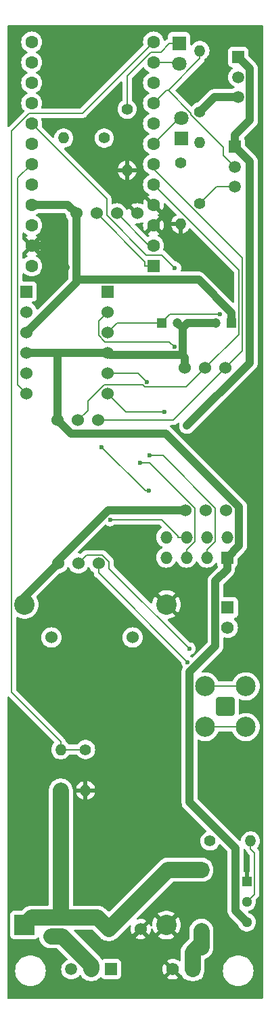
<source format=gbr>
%TF.GenerationSoftware,KiCad,Pcbnew,8.0.4*%
%TF.CreationDate,2024-10-23T23:59:55+06:00*%
%TF.ProjectId,PCB V0.6.3,50434220-5630-42e3-962e-332e6b696361,rev?*%
%TF.SameCoordinates,Original*%
%TF.FileFunction,Copper,L2,Bot*%
%TF.FilePolarity,Positive*%
%FSLAX46Y46*%
G04 Gerber Fmt 4.6, Leading zero omitted, Abs format (unit mm)*
G04 Created by KiCad (PCBNEW 8.0.4) date 2024-10-23 23:59:55*
%MOMM*%
%LPD*%
G01*
G04 APERTURE LIST*
G04 Aperture macros list*
%AMRoundRect*
0 Rectangle with rounded corners*
0 $1 Rounding radius*
0 $2 $3 $4 $5 $6 $7 $8 $9 X,Y pos of 4 corners*
0 Add a 4 corners polygon primitive as box body*
4,1,4,$2,$3,$4,$5,$6,$7,$8,$9,$2,$3,0*
0 Add four circle primitives for the rounded corners*
1,1,$1+$1,$2,$3*
1,1,$1+$1,$4,$5*
1,1,$1+$1,$6,$7*
1,1,$1+$1,$8,$9*
0 Add four rect primitives between the rounded corners*
20,1,$1+$1,$2,$3,$4,$5,0*
20,1,$1+$1,$4,$5,$6,$7,0*
20,1,$1+$1,$6,$7,$8,$9,0*
20,1,$1+$1,$8,$9,$2,$3,0*%
G04 Aperture macros list end*
%TA.AperFunction,ComponentPad*%
%ADD10C,1.524000*%
%TD*%
%TA.AperFunction,ComponentPad*%
%ADD11R,1.800000X1.800000*%
%TD*%
%TA.AperFunction,ComponentPad*%
%ADD12C,1.800000*%
%TD*%
%TA.AperFunction,ComponentPad*%
%ADD13C,1.400000*%
%TD*%
%TA.AperFunction,ComponentPad*%
%ADD14O,1.400000X1.400000*%
%TD*%
%TA.AperFunction,ComponentPad*%
%ADD15R,2.540000X2.540000*%
%TD*%
%TA.AperFunction,ComponentPad*%
%ADD16C,2.540000*%
%TD*%
%TA.AperFunction,ComponentPad*%
%ADD17RoundRect,0.200100X0.949900X0.949900X-0.949900X0.949900X-0.949900X-0.949900X0.949900X-0.949900X0*%
%TD*%
%TA.AperFunction,ComponentPad*%
%ADD18C,2.500000*%
%TD*%
%TA.AperFunction,ComponentPad*%
%ADD19R,1.500000X1.500000*%
%TD*%
%TA.AperFunction,ComponentPad*%
%ADD20O,1.500000X1.500000*%
%TD*%
%TA.AperFunction,ComponentPad*%
%ADD21R,1.600000X1.600000*%
%TD*%
%TA.AperFunction,ComponentPad*%
%ADD22C,1.600000*%
%TD*%
%TA.AperFunction,ComponentPad*%
%ADD23R,1.200000X1.200000*%
%TD*%
%TA.AperFunction,ComponentPad*%
%ADD24C,1.200000*%
%TD*%
%TA.AperFunction,ComponentPad*%
%ADD25R,1.298000X1.298000*%
%TD*%
%TA.AperFunction,ComponentPad*%
%ADD26C,1.298000*%
%TD*%
%TA.AperFunction,ComponentPad*%
%ADD27R,1.575000X1.575000*%
%TD*%
%TA.AperFunction,ComponentPad*%
%ADD28C,1.575000*%
%TD*%
%TA.AperFunction,ComponentPad*%
%ADD29R,1.508000X1.508000*%
%TD*%
%TA.AperFunction,ComponentPad*%
%ADD30C,1.508000*%
%TD*%
%TA.AperFunction,ComponentPad*%
%ADD31R,1.524000X1.524000*%
%TD*%
%TA.AperFunction,ComponentPad*%
%ADD32O,1.524000X1.524000*%
%TD*%
%TA.AperFunction,ViaPad*%
%ADD33C,0.600000*%
%TD*%
%TA.AperFunction,Conductor*%
%ADD34C,0.200000*%
%TD*%
%TA.AperFunction,Conductor*%
%ADD35C,2.000000*%
%TD*%
%TA.AperFunction,Conductor*%
%ADD36C,1.000000*%
%TD*%
G04 APERTURE END LIST*
D10*
%TO.P,U3,1,GND*%
%TO.N,V GND*%
X86405000Y-114320000D03*
%TO.P,U3,2,Tx/SDA*%
%TO.N,SDA*%
X88945000Y-114320000D03*
%TO.P,U3,3,Rx/SCL*%
%TO.N,SCL*%
X91485000Y-114320000D03*
%TO.P,U3,4,Vcc*%
%TO.N,5V*%
X86445000Y-132180000D03*
%TO.P,U3,5,PRB*%
%TO.N,Net-(J6-In)*%
X88985000Y-132180000D03*
%TO.P,U3,6,PRBG*%
%TO.N,Net-(J6-Ext)*%
X91525000Y-132180000D03*
%TD*%
D11*
%TO.P,D2,1,K*%
%TO.N,Net-(D2-K)*%
X101900000Y-79140000D03*
D12*
%TO.P,D2,2,A*%
%TO.N,Net-(D2-A)*%
X101900000Y-76600000D03*
%TD*%
D13*
%TO.P,R3,1*%
%TO.N,Net-(J4-Pad3)*%
X104200000Y-87310000D03*
D14*
%TO.P,R3,2*%
%TO.N,V GND*%
X104200000Y-79690000D03*
%TD*%
D15*
%TO.P,U5,1,Vin*%
%TO.N,CHRG rectified*%
X82230000Y-177300000D03*
D16*
%TO.P,U5,2,GND*%
%TO.N,GND*%
X100010000Y-177300000D03*
%TO.P,U5,3,GND*%
X100030000Y-137300000D03*
%TO.P,U5,4,Vout*%
%TO.N,5V*%
X82250000Y-137300000D03*
%TD*%
D13*
%TO.P,R2,1*%
%TO.N,V GND*%
X104200000Y-75810000D03*
D14*
%TO.P,R2,2*%
%TO.N,Net-(U2-D7)*%
X104200000Y-68190000D03*
%TD*%
D13*
%TO.P,R6,1*%
%TO.N,Net-(D3-K)*%
X95100000Y-75500000D03*
D14*
%TO.P,R6,2*%
%TO.N,GND*%
X95100000Y-83120000D03*
%TD*%
D11*
%TO.P,D3,1,K*%
%TO.N,Net-(D3-K)*%
X101600000Y-67300000D03*
D12*
%TO.P,D3,2,A*%
%TO.N,Net-(D3-A)*%
X101600000Y-69840000D03*
%TD*%
D13*
%TO.P,R7,1*%
%TO.N,CHRG rectified*%
X86800000Y-160500000D03*
D14*
%TO.P,R7,2*%
%TO.N,V_sense*%
X86800000Y-155420000D03*
%TD*%
D17*
%TO.P,J6,1,In*%
%TO.N,Net-(J6-In)*%
X107400000Y-150050000D03*
D18*
%TO.P,J6,2,Ext*%
%TO.N,Net-(J6-Ext)*%
X109940000Y-152590000D03*
X109940000Y-147510000D03*
X104860000Y-152590000D03*
X104860000Y-147510000D03*
%TD*%
D10*
%TO.P,U4,1,GND*%
%TO.N,V GND*%
X102320000Y-107800000D03*
%TO.P,U4,2,Tx/SDA*%
%TO.N,SDA*%
X104860000Y-107800000D03*
%TO.P,U4,3,Rx/SCL*%
%TO.N,SCL*%
X107400000Y-107800000D03*
%TO.P,U4,4,Vcc*%
%TO.N,5V*%
X102360000Y-125560000D03*
%TO.P,U4,5,PRB*%
%TO.N,Net-(J1-Pad2)*%
X104900000Y-125560000D03*
%TO.P,U4,6,PRB*%
%TO.N,Net-(J1-Pad1)*%
X107440000Y-125560000D03*
%TD*%
D19*
%TO.P,D1,1,K*%
%TO.N,CHRG rectified*%
X104400000Y-170400000D03*
D20*
%TO.P,D1,2,A*%
%TO.N,CHRG IN*%
X104400000Y-178020000D03*
%TD*%
D13*
%TO.P,R8,1*%
%TO.N,V_sense*%
X89900000Y-155400000D03*
D14*
%TO.P,R8,2*%
%TO.N,GND*%
X89900000Y-160480000D03*
%TD*%
D21*
%TO.P,U2,1,TX*%
%TO.N,TX*%
X98400000Y-95060000D03*
D22*
%TO.P,U2,2,RX*%
%TO.N,RX*%
X98400000Y-92520000D03*
%TO.P,U2,3,GND*%
%TO.N,GND*%
X98400000Y-89980000D03*
%TO.P,U2,4,GND*%
X98400000Y-87440000D03*
%TO.P,U2,5,SDA*%
%TO.N,SDA*%
X98400000Y-84900000D03*
%TO.P,U2,6,SCL*%
%TO.N,SCL*%
X98400000Y-82360000D03*
%TO.P,U2,7,D4*%
%TO.N,Net-(D2-A)*%
X98400000Y-79820000D03*
%TO.P,U2,8,C6*%
%TO.N,Net-(U2-C6)*%
X98400000Y-77280000D03*
%TO.P,U2,9,D7*%
%TO.N,Net-(U2-D7)*%
X98400000Y-74740000D03*
%TO.P,U2,10,E6*%
%TO.N,P_EN*%
X98400000Y-72200000D03*
%TO.P,U2,11,B4*%
%TO.N,Net-(D3-A)*%
X98400000Y-69660000D03*
%TO.P,U2,12,B5*%
%TO.N,V_sense*%
X98400000Y-67120000D03*
%TO.P,U2,13,B6*%
%TO.N,unconnected-(U2-B6-Pad13)*%
X83160000Y-67120000D03*
%TO.P,U2,14,B2*%
%TO.N,MOSI*%
X83160000Y-69660000D03*
%TO.P,U2,15,B3*%
%TO.N,MISO*%
X83160000Y-72200000D03*
%TO.P,U2,16,B1*%
%TO.N,SCLK*%
X83160000Y-74740000D03*
%TO.P,U2,17,F7*%
%TO.N,NRF CS*%
X83160000Y-77280000D03*
%TO.P,U2,18,F6*%
%TO.N,NRF CE*%
X83160000Y-79820000D03*
%TO.P,U2,19,F5*%
%TO.N,SD CS*%
X83160000Y-82360000D03*
%TO.P,U2,20,F4*%
%TO.N,unconnected-(U2-F4-Pad20)*%
X83160000Y-84900000D03*
%TO.P,U2,21,VCC*%
%TO.N,5V*%
X83160000Y-87440000D03*
%TO.P,U2,22,RST*%
%TO.N,unconnected-(U2-RST-Pad22)*%
X83160000Y-89980000D03*
%TO.P,U2,23,GND*%
%TO.N,GND*%
X83160000Y-92520000D03*
%TO.P,U2,24,RAW*%
%TO.N,unconnected-(U2-RAW-Pad24)*%
X83160000Y-95060000D03*
%TD*%
D23*
%TO.P,C1,1*%
%TO.N,3.3V*%
X99400000Y-102200000D03*
D24*
%TO.P,C1,2*%
%TO.N,V GND*%
X101400000Y-102200000D03*
%TD*%
D13*
%TO.P,R4,1*%
%TO.N,Net-(U2-C6)*%
X92240000Y-79100000D03*
D14*
%TO.P,R4,2*%
%TO.N,5V*%
X87160000Y-79100000D03*
%TD*%
D25*
%TO.P,Q1,1*%
%TO.N,GND*%
X110070000Y-171860000D03*
D26*
%TO.P,Q1,2*%
%TO.N,Net-(Q1-Pad2)*%
X110070000Y-174400000D03*
%TO.P,Q1,3*%
%TO.N,V GND*%
X110070000Y-176940000D03*
%TD*%
D13*
%TO.P,R1,1*%
%TO.N,P_EN*%
X105460000Y-166800000D03*
D14*
%TO.P,R1,2*%
%TO.N,Net-(Q1-Pad2)*%
X110540000Y-166800000D03*
%TD*%
D13*
%TO.P,R5,1*%
%TO.N,Net-(D2-K)*%
X101800000Y-82200000D03*
D14*
%TO.P,R5,2*%
%TO.N,GND*%
X101800000Y-89820000D03*
%TD*%
D23*
%TO.P,C2,1*%
%TO.N,5V*%
X108172600Y-102200000D03*
D24*
%TO.P,C2,2*%
%TO.N,V GND*%
X106172600Y-102200000D03*
%TD*%
D27*
%TO.P,J5,1,1*%
%TO.N,CHRG IN*%
X103300000Y-182800000D03*
D28*
%TO.P,J5,2,2*%
%TO.N,GND*%
X100800000Y-182800000D03*
%TD*%
D10*
%TO.P,M8N_GPS1,1,Vcc*%
%TO.N,5V*%
X88720000Y-88500000D03*
%TO.P,M8N_GPS1,2,RX*%
%TO.N,TX*%
X91260000Y-88500000D03*
%TO.P,M8N_GPS1,3,TX*%
%TO.N,RX*%
X93800000Y-88500000D03*
%TO.P,M8N_GPS1,4,GND*%
%TO.N,GND*%
X96340000Y-88500000D03*
%TD*%
D29*
%TO.P,J3,1,1*%
%TO.N,BAT+*%
X93100000Y-182800000D03*
D30*
%TO.P,J3,2,2*%
%TO.N,BAT M*%
X90600000Y-182800000D03*
%TO.P,J3,3,3*%
%TO.N,BAT -*%
X88100000Y-182800000D03*
%TD*%
D31*
%TO.P,U1,1,GND*%
%TO.N,V GND*%
X107610000Y-131443500D03*
D32*
%TO.P,U1,2,VCC*%
%TO.N,3.3V*%
X107610000Y-128903500D03*
%TO.P,U1,3,CE*%
%TO.N,Net-(U1-CE)*%
X105070000Y-131443500D03*
%TO.P,U1,4,~{CSN}*%
%TO.N,NRF CS*%
X105070000Y-128903500D03*
%TO.P,U1,5,SCK*%
%TO.N,Net-(P1-CLK{slash}SCK)*%
X102530000Y-131443500D03*
%TO.P,U1,6,MOSI*%
%TO.N,Net-(P1-CMD{slash}MOSI)*%
X102530000Y-128903500D03*
%TO.P,U1,7,MISO*%
%TO.N,MISO*%
X99990000Y-131443500D03*
%TO.P,U1,8,IRQ*%
%TO.N,unconnected-(U1-IRQ-Pad8)*%
X99990000Y-128903500D03*
%TD*%
D29*
%TO.P,J4,1,1*%
%TO.N,5V*%
X108600000Y-80200000D03*
D30*
%TO.P,J4,2,2*%
%TO.N,Net-(U2-D7)*%
X108600000Y-82700000D03*
%TO.P,J4,3,3*%
%TO.N,Net-(J4-Pad3)*%
X108600000Y-85200000D03*
%TD*%
D29*
%TO.P,J2,1,1*%
%TO.N,5V*%
X109000000Y-69000000D03*
D30*
%TO.P,J2,2,2*%
%TO.N,Net-(U2-C6)*%
X109000000Y-71500000D03*
%TO.P,J2,3,3*%
%TO.N,V GND*%
X109000000Y-74000000D03*
%TD*%
D10*
%TO.P,U6,1,P-*%
%TO.N,GND*%
X96800000Y-177800000D03*
%TO.P,U6,2,P+*%
%TO.N,CHRG rectified*%
X92800000Y-177800000D03*
%TO.P,U6,3,B-*%
%TO.N,BAT -*%
X95780000Y-141420000D03*
%TO.P,U6,4,BM*%
%TO.N,BAT M*%
X85600000Y-178700000D03*
%TO.P,U6,5,B+*%
%TO.N,BAT+*%
X85620000Y-141420000D03*
%TD*%
%TO.P,U7,GND_1,GND*%
%TO.N,V GND*%
X82520000Y-105870000D03*
%TO.P,U7,GND_2,GND*%
X92680000Y-105870000D03*
%TO.P,U7,HV,HV*%
%TO.N,5V*%
X82520000Y-103330000D03*
D31*
%TO.P,U7,HV1,HV1*%
%TO.N,SCLK*%
X82520000Y-98250000D03*
D10*
%TO.P,U7,HV2,HV2*%
%TO.N,MOSI*%
X82520000Y-100790000D03*
%TO.P,U7,HV3,HV3*%
%TO.N,NRF CE*%
X82520000Y-108410000D03*
%TO.P,U7,HV4,HV4*%
%TO.N,SD CS*%
X82520000Y-110950000D03*
%TO.P,U7,LV,LV*%
%TO.N,3.3V*%
X92680000Y-103330000D03*
D31*
%TO.P,U7,LV1,LV1*%
%TO.N,Net-(P1-CLK{slash}SCK)*%
X92680000Y-98250000D03*
D10*
%TO.P,U7,LV2,LV2*%
%TO.N,Net-(P1-CMD{slash}MOSI)*%
X92680000Y-100790000D03*
%TO.P,U7,LV3,LV3*%
%TO.N,Net-(U1-CE)*%
X92680000Y-108410000D03*
%TO.P,U7,LV4,LV4*%
%TO.N,Net-(P1-DAT3{slash}CS)*%
X92680000Y-110950000D03*
%TD*%
D27*
%TO.P,J1,1,1*%
%TO.N,Net-(J1-Pad1)*%
X107675000Y-137682500D03*
D28*
%TO.P,J1,2,2*%
%TO.N,Net-(J1-Pad2)*%
X107675000Y-140182500D03*
%TD*%
D33*
%TO.N,Net-(P1-DAT3{slash}CS)*%
X99787200Y-113251200D03*
%TO.N,Net-(U1-CE)*%
X97931600Y-118682900D03*
X97584400Y-109538000D03*
%TO.N,NRF CS*%
X101066800Y-95300500D03*
%TO.N,Net-(J6-In)*%
X102884000Y-142814900D03*
%TO.N,Net-(J6-Ext)*%
X102680000Y-144519800D03*
%TO.N,GND*%
X87400000Y-95200000D03*
%TO.N,3.3V*%
X106689200Y-101088500D03*
%TO.N,5V*%
X102600000Y-115000000D03*
%TO.N,Net-(P1-CLK{slash}SCK)*%
X96711600Y-119609400D03*
%TO.N,Net-(P1-CMD{slash}MOSI)*%
X92956300Y-126738500D03*
X101011200Y-105144500D03*
%TO.N,MISO*%
X97818800Y-123092200D03*
X91931600Y-117663400D03*
%TD*%
D34*
%TO.N,Net-(J4-Pad3)*%
X108600000Y-85200000D02*
X106310000Y-85200000D01*
X106310000Y-85200000D02*
X104200000Y-87310000D01*
%TO.N,Net-(U2-D7)*%
X107154200Y-81254200D02*
X108600000Y-82700000D01*
X99994200Y-73145800D02*
X100245800Y-73145800D01*
X103101700Y-76195500D02*
X107154200Y-80248000D01*
X103101700Y-76001700D02*
X103101700Y-76195500D01*
X100245900Y-73145800D02*
X103101700Y-76001700D01*
X104200000Y-68190000D02*
X104200000Y-69191700D01*
X107154200Y-80248000D02*
X107154200Y-81254200D01*
X100245900Y-73145800D02*
X104200000Y-69191700D01*
X98400000Y-74740000D02*
X99994200Y-73145800D01*
X100245800Y-73145800D02*
X100245900Y-73145800D01*
%TO.N,Net-(P1-DAT3{slash}CS)*%
X99787200Y-113251200D02*
X94981200Y-113251200D01*
X94981200Y-113251200D02*
X92680000Y-110950000D01*
%TO.N,Net-(D2-A)*%
X101620000Y-76600000D02*
X101900000Y-76600000D01*
X98400000Y-79820000D02*
X101620000Y-76600000D01*
%TO.N,Net-(U1-CE)*%
X97931600Y-118682900D02*
X99573900Y-118682900D01*
X106150300Y-125259300D02*
X106150300Y-129409700D01*
X106150300Y-129409700D02*
X105180200Y-130379800D01*
X105070000Y-131443500D02*
X105070000Y-130379800D01*
X96456400Y-108410000D02*
X97584400Y-109538000D01*
X105180200Y-130379800D02*
X105070000Y-130379800D01*
X92680000Y-108410000D02*
X96456400Y-108410000D01*
X99573900Y-118682900D02*
X106150300Y-125259300D01*
%TO.N,NRF CS*%
X92530000Y-88750000D02*
X92530000Y-86650000D01*
X97456700Y-93676700D02*
X92530000Y-88750000D01*
X101066800Y-95300500D02*
X99443000Y-93676700D01*
X99443000Y-93676700D02*
X97456700Y-93676700D01*
X92530000Y-86650000D02*
X83160000Y-77280000D01*
%TO.N,Net-(D3-K)*%
X100398300Y-67300000D02*
X99308300Y-68390000D01*
X101600000Y-67300000D02*
X100398300Y-67300000D01*
X95100000Y-71392300D02*
X95100000Y-75500000D01*
X98102300Y-68390000D02*
X95100000Y-71392300D01*
X99308300Y-68390000D02*
X98102300Y-68390000D01*
%TO.N,SD CS*%
X82520000Y-110950000D02*
X81425500Y-109855500D01*
X81425500Y-84094500D02*
X83160000Y-82360000D01*
X81425500Y-109855500D02*
X81425500Y-84094500D01*
%TO.N,Net-(J6-In)*%
X90055500Y-131109500D02*
X91979600Y-131109500D01*
X88985000Y-132180000D02*
X90055500Y-131109500D01*
X91979600Y-131109500D02*
X92858300Y-131988200D01*
X92858300Y-132789200D02*
X102884000Y-142814900D01*
X92858300Y-131988200D02*
X92858300Y-132789200D01*
%TO.N,Net-(J6-Ext)*%
X104860000Y-152590000D02*
X109940000Y-152590000D01*
X104860000Y-147510000D02*
X109940000Y-147510000D01*
X102680000Y-144519800D02*
X91525000Y-133364800D01*
X91525000Y-133364800D02*
X91525000Y-132180000D01*
D35*
%TO.N,CHRG IN*%
X103300000Y-180710800D02*
X103939100Y-180071700D01*
X104400000Y-178020000D02*
X104400000Y-180071700D01*
X103300000Y-182800000D02*
X103300000Y-180710800D01*
X103939100Y-180071700D02*
X104400000Y-180071700D01*
%TO.N,CHRG rectified*%
X91372100Y-176372100D02*
X86800000Y-176372100D01*
X92800000Y-177800000D02*
X91372100Y-176372100D01*
X86800000Y-160500000D02*
X86800000Y-176372100D01*
X92800000Y-177800000D02*
X100200000Y-170400000D01*
X104400000Y-170400000D02*
X102348300Y-170400000D01*
X83157900Y-176372100D02*
X82230000Y-177300000D01*
X100200000Y-170400000D02*
X102348300Y-170400000D01*
X86800000Y-176372100D02*
X83157900Y-176372100D01*
%TO.N,BAT M*%
X90600000Y-182340000D02*
X90600000Y-182800000D01*
X85600000Y-178700000D02*
X86960000Y-178700000D01*
X86960000Y-178700000D02*
X90600000Y-182340000D01*
D36*
%TO.N,GND*%
X84720000Y-92520000D02*
X87400000Y-95200000D01*
X83160000Y-92520000D02*
X84720000Y-92520000D01*
D34*
%TO.N,3.3V*%
X93810000Y-102200000D02*
X92680000Y-103330000D01*
X99343700Y-102200000D02*
X93810000Y-102200000D01*
X100455200Y-101088500D02*
X99343700Y-102200000D01*
X106689200Y-101088500D02*
X100455200Y-101088500D01*
X99400000Y-102200000D02*
X99343700Y-102200000D01*
D36*
%TO.N,V GND*%
X106146300Y-134370900D02*
X107610000Y-132907200D01*
X86405000Y-114320000D02*
X88061500Y-115976500D01*
X102012800Y-106193100D02*
X102320000Y-106500300D01*
X109103700Y-129949800D02*
X107610000Y-131443500D01*
X99951000Y-115976500D02*
X109103700Y-125129200D01*
X102012800Y-106193100D02*
X102013000Y-106192900D01*
X86405000Y-105870000D02*
X92680000Y-105870000D01*
X86405000Y-105870000D02*
X86405000Y-114320000D01*
X93003100Y-106193100D02*
X102012800Y-106193100D01*
X106172600Y-102200000D02*
X102626000Y-102200000D01*
X108667400Y-167733700D02*
X102894600Y-161960900D01*
X109000000Y-74000000D02*
X106010000Y-74000000D01*
X102894600Y-161960900D02*
X102894600Y-145721800D01*
X108667400Y-175537400D02*
X108667400Y-167733700D01*
X106010000Y-74000000D02*
X104200000Y-75810000D01*
X102626000Y-102200000D02*
X102013000Y-102813000D01*
X106146300Y-142470100D02*
X106146300Y-134370900D01*
X102013000Y-102813000D02*
X101400000Y-102200000D01*
X82520000Y-105870000D02*
X86405000Y-105870000D01*
X88061500Y-115976500D02*
X99951000Y-115976500D01*
X102013000Y-106192900D02*
X102013000Y-102813000D01*
X110070000Y-176940000D02*
X108667400Y-175537400D01*
X102320000Y-106500300D02*
X102320000Y-107800000D01*
X92680000Y-105870000D02*
X93003100Y-106193100D01*
X107610000Y-131443500D02*
X107610000Y-132907200D01*
X109103700Y-125129200D02*
X109103700Y-129949800D01*
X102894600Y-145721800D02*
X106146300Y-142470100D01*
%TO.N,5V*%
X108172600Y-100898300D02*
X104049100Y-96774800D01*
X86445000Y-131820300D02*
X86445000Y-132180000D01*
X110460500Y-76883800D02*
X108600000Y-78744300D01*
X88720000Y-97130000D02*
X82520000Y-103330000D01*
X110460500Y-70460500D02*
X110460500Y-76883800D01*
X108600000Y-80200000D02*
X108600000Y-78744300D01*
X87660000Y-87440000D02*
X83160000Y-87440000D01*
X109000000Y-69000000D02*
X110460500Y-70460500D01*
X110454000Y-107146000D02*
X110454000Y-82054000D01*
X88720000Y-88500000D02*
X88720000Y-96774800D01*
X88720000Y-96774800D02*
X88720000Y-97130000D01*
X82250000Y-136375000D02*
X82250000Y-137300000D01*
X102600000Y-115000000D02*
X110454000Y-107146000D01*
X104049100Y-96774800D02*
X88720000Y-96774800D01*
X110454000Y-82054000D02*
X108600000Y-80200000D01*
X108172600Y-102200000D02*
X108172600Y-100898300D01*
X92705300Y-125560000D02*
X86445000Y-131820300D01*
X88720000Y-88500000D02*
X87660000Y-87440000D01*
X86445000Y-132180000D02*
X82250000Y-136375000D01*
X102360000Y-125560000D02*
X92705300Y-125560000D01*
D34*
%TO.N,Net-(Q1-Pad2)*%
X111020700Y-173449300D02*
X110070000Y-174400000D01*
X110540000Y-166800000D02*
X110540000Y-167801700D01*
X111020700Y-168282400D02*
X111020700Y-173449300D01*
X110540000Y-167801700D02*
X111020700Y-168282400D01*
%TO.N,Net-(P1-CLK{slash}SCK)*%
X103611100Y-129408900D02*
X102640200Y-130379800D01*
X102530000Y-131443500D02*
X102530000Y-130379800D01*
X97917400Y-119609400D02*
X103611100Y-125303100D01*
X103611100Y-125303100D02*
X103611100Y-129408900D01*
X102640200Y-130379800D02*
X102530000Y-130379800D01*
X96711600Y-119609400D02*
X97917400Y-119609400D01*
%TO.N,Net-(P1-CMD{slash}MOSI)*%
X100389100Y-104522400D02*
X101011200Y-105144500D01*
X101466300Y-128770500D02*
X99434300Y-126738500D01*
X101466300Y-128903500D02*
X101466300Y-128770500D01*
X92680000Y-100790000D02*
X91562100Y-101907900D01*
X99434300Y-126738500D02*
X92956300Y-126738500D01*
X91562100Y-103730700D02*
X92353800Y-104522400D01*
X102530000Y-128903500D02*
X101466300Y-128903500D01*
X91562100Y-101907900D02*
X91562100Y-103730700D01*
X92353800Y-104522400D02*
X100389100Y-104522400D01*
%TO.N,SDA*%
X88945000Y-114320000D02*
X90175500Y-113089500D01*
X102520300Y-110139700D02*
X104860000Y-107800000D01*
X109080600Y-95580600D02*
X109080600Y-103579400D01*
X98400000Y-84900000D02*
X109080600Y-95580600D01*
X90175500Y-113089500D02*
X90175600Y-113089500D01*
X92239400Y-109886300D02*
X97081900Y-109886300D01*
X97081900Y-109886300D02*
X97335300Y-110139700D01*
X97335300Y-110139700D02*
X102520300Y-110139700D01*
X90175600Y-111950100D02*
X92239400Y-109886300D01*
X90175600Y-113089500D02*
X90175600Y-111950100D01*
X109080600Y-103579400D02*
X104860000Y-107800000D01*
%TO.N,TX*%
X98400000Y-95060000D02*
X97298300Y-95060000D01*
X91260000Y-88500000D02*
X97298300Y-94538300D01*
X97298300Y-94538300D02*
X97298300Y-95060000D01*
%TO.N,RX*%
X93800000Y-88500000D02*
X97820000Y-92520000D01*
X97820000Y-92520000D02*
X98400000Y-92520000D01*
%TO.N,SCL*%
X109506000Y-105694000D02*
X107400000Y-107800000D01*
X98400000Y-82360000D02*
X98400000Y-82959800D01*
X109506000Y-94065800D02*
X109506000Y-105694000D01*
X100880000Y-114320000D02*
X107400000Y-107800000D01*
X91485000Y-114320000D02*
X100880000Y-114320000D01*
X98400000Y-82959800D02*
X109506000Y-94065800D01*
%TO.N,MISO*%
X97360400Y-123092200D02*
X91931600Y-117663400D01*
X97818800Y-123092200D02*
X97360400Y-123092200D01*
%TO.N,Net-(D3-A)*%
X101420000Y-69660000D02*
X101600000Y-69840000D01*
X98400000Y-69660000D02*
X101420000Y-69660000D01*
%TO.N,V_sense*%
X82846300Y-76010000D02*
X80647100Y-78209200D01*
X86800000Y-155420000D02*
X86800000Y-154418300D01*
X80647100Y-78209200D02*
X80647100Y-148265400D01*
X87300900Y-155420000D02*
X86800000Y-155420000D01*
X87821700Y-155400000D02*
X87801700Y-155420000D01*
X89510000Y-76010000D02*
X82846300Y-76010000D01*
X87300900Y-155420000D02*
X87801700Y-155420000D01*
X98400000Y-67120000D02*
X89510000Y-76010000D01*
X89900000Y-155400000D02*
X87821700Y-155400000D01*
X80647100Y-148265400D02*
X86800000Y-154418300D01*
%TD*%
%TA.AperFunction,Conductor*%
%TO.N,GND*%
G36*
X112042539Y-65020185D02*
G01*
X112088294Y-65072989D01*
X112099500Y-65124500D01*
X112099500Y-186375500D01*
X112079815Y-186442539D01*
X112027011Y-186488294D01*
X111975500Y-186499500D01*
X80224500Y-186499500D01*
X80157461Y-186479815D01*
X80111706Y-186427011D01*
X80100500Y-186375500D01*
X80100500Y-182999998D01*
X81080395Y-182999998D01*
X81080395Y-183000001D01*
X81099934Y-183273188D01*
X81099935Y-183273195D01*
X81157337Y-183537068D01*
X81158152Y-183540815D01*
X81253547Y-183796577D01*
X81253868Y-183797438D01*
X81385122Y-184037811D01*
X81385127Y-184037819D01*
X81549252Y-184257066D01*
X81549268Y-184257084D01*
X81742915Y-184450731D01*
X81742933Y-184450747D01*
X81962180Y-184614872D01*
X81962188Y-184614877D01*
X82202561Y-184746131D01*
X82202560Y-184746131D01*
X82202564Y-184746132D01*
X82202567Y-184746134D01*
X82459185Y-184841848D01*
X82726812Y-184900066D01*
X82980460Y-184918207D01*
X82999999Y-184919605D01*
X83000000Y-184919605D01*
X83000001Y-184919605D01*
X83018235Y-184918300D01*
X83273188Y-184900066D01*
X83540815Y-184841848D01*
X83797433Y-184746134D01*
X84037817Y-184614874D01*
X84257074Y-184450741D01*
X84450741Y-184257074D01*
X84614874Y-184037817D01*
X84746134Y-183797433D01*
X84841848Y-183540815D01*
X84900066Y-183273188D01*
X84919605Y-183000000D01*
X84900066Y-182726812D01*
X84841848Y-182459185D01*
X84746134Y-182202567D01*
X84728544Y-182170354D01*
X84614877Y-181962188D01*
X84614872Y-181962180D01*
X84450747Y-181742933D01*
X84450731Y-181742915D01*
X84257084Y-181549268D01*
X84257066Y-181549252D01*
X84037819Y-181385127D01*
X84037811Y-181385122D01*
X83797438Y-181253868D01*
X83797439Y-181253868D01*
X83747468Y-181235230D01*
X83540815Y-181158152D01*
X83540808Y-181158150D01*
X83540807Y-181158150D01*
X83273195Y-181099935D01*
X83273188Y-181099934D01*
X83000001Y-181080395D01*
X82999999Y-181080395D01*
X82726811Y-181099934D01*
X82726804Y-181099935D01*
X82459192Y-181158150D01*
X82459188Y-181158151D01*
X82459185Y-181158152D01*
X82274489Y-181227040D01*
X82202561Y-181253868D01*
X81962188Y-181385122D01*
X81962180Y-181385127D01*
X81742933Y-181549252D01*
X81742915Y-181549268D01*
X81549268Y-181742915D01*
X81549252Y-181742933D01*
X81385127Y-181962180D01*
X81385122Y-181962188D01*
X81253868Y-182202561D01*
X81253866Y-182202567D01*
X81158152Y-182459185D01*
X81158151Y-182459188D01*
X81158150Y-182459192D01*
X81099935Y-182726804D01*
X81099934Y-182726811D01*
X81080395Y-182999998D01*
X80100500Y-182999998D01*
X80100500Y-175982135D01*
X80459500Y-175982135D01*
X80459500Y-178617870D01*
X80459501Y-178617876D01*
X80465908Y-178677483D01*
X80516202Y-178812328D01*
X80516206Y-178812335D01*
X80602452Y-178927544D01*
X80602455Y-178927547D01*
X80717664Y-179013793D01*
X80717671Y-179013797D01*
X80852517Y-179064091D01*
X80852516Y-179064091D01*
X80859444Y-179064835D01*
X80912127Y-179070500D01*
X83547872Y-179070499D01*
X83607483Y-179064091D01*
X83742331Y-179013796D01*
X83857546Y-178927546D01*
X83895718Y-178876554D01*
X83951650Y-178834685D01*
X84021341Y-178829701D01*
X84082664Y-178863186D01*
X84116149Y-178924509D01*
X84117456Y-178931468D01*
X84136447Y-179051369D01*
X84209433Y-179275996D01*
X84221919Y-179300500D01*
X84316657Y-179486433D01*
X84455483Y-179677510D01*
X84622490Y-179844517D01*
X84813567Y-179983343D01*
X84912991Y-180034002D01*
X85024003Y-180090566D01*
X85024005Y-180090566D01*
X85024008Y-180090568D01*
X85144412Y-180129689D01*
X85248631Y-180163553D01*
X85481903Y-180200500D01*
X85481908Y-180200500D01*
X86287111Y-180200500D01*
X86354150Y-180220185D01*
X86374792Y-180236819D01*
X87602268Y-181464295D01*
X87635753Y-181525618D01*
X87630769Y-181595310D01*
X87588897Y-181651243D01*
X87566992Y-181664358D01*
X87470353Y-181709421D01*
X87470349Y-181709423D01*
X87290547Y-181835322D01*
X87290541Y-181835327D01*
X87135327Y-181990541D01*
X87135322Y-181990547D01*
X87009423Y-182170349D01*
X87009419Y-182170357D01*
X86916655Y-182369291D01*
X86859839Y-182581324D01*
X86859838Y-182581331D01*
X86840708Y-182799997D01*
X86840708Y-182800002D01*
X86859838Y-183018668D01*
X86859839Y-183018675D01*
X86876240Y-183079885D01*
X86916653Y-183230703D01*
X86916654Y-183230706D01*
X86916655Y-183230708D01*
X87009419Y-183429642D01*
X87009423Y-183429650D01*
X87135322Y-183609452D01*
X87135327Y-183609458D01*
X87290541Y-183764672D01*
X87290547Y-183764677D01*
X87470349Y-183890576D01*
X87470351Y-183890577D01*
X87470354Y-183890579D01*
X87669297Y-183983347D01*
X87881326Y-184040161D01*
X88037521Y-184053826D01*
X88099998Y-184059292D01*
X88100000Y-184059292D01*
X88100002Y-184059292D01*
X88154797Y-184054498D01*
X88318674Y-184040161D01*
X88530703Y-183983347D01*
X88729646Y-183890579D01*
X88909457Y-183764674D01*
X89064674Y-183609457D01*
X89098946Y-183560511D01*
X89153520Y-183516887D01*
X89223019Y-183509693D01*
X89285374Y-183541215D01*
X89311004Y-183575339D01*
X89316657Y-183586433D01*
X89455483Y-183777510D01*
X89622490Y-183944517D01*
X89813567Y-184083343D01*
X89831378Y-184092418D01*
X90024003Y-184190566D01*
X90024005Y-184190566D01*
X90024008Y-184190568D01*
X90144412Y-184229689D01*
X90248631Y-184263553D01*
X90481903Y-184300500D01*
X90481908Y-184300500D01*
X90718097Y-184300500D01*
X90951368Y-184263553D01*
X90971333Y-184257066D01*
X91175992Y-184190568D01*
X91386433Y-184083343D01*
X91577510Y-183944517D01*
X91725452Y-183796574D01*
X91786772Y-183763092D01*
X91856463Y-183768076D01*
X91912396Y-183809947D01*
X91988452Y-183911544D01*
X91988455Y-183911547D01*
X92103664Y-183997793D01*
X92103671Y-183997797D01*
X92238517Y-184048091D01*
X92238516Y-184048091D01*
X92245444Y-184048835D01*
X92298127Y-184054500D01*
X93901872Y-184054499D01*
X93961483Y-184048091D01*
X94096331Y-183997796D01*
X94211546Y-183911546D01*
X94297796Y-183796331D01*
X94348091Y-183661483D01*
X94354500Y-183601873D01*
X94354499Y-182799999D01*
X99507582Y-182799999D01*
X99507582Y-182800000D01*
X99527216Y-183024421D01*
X99527218Y-183024431D01*
X99585521Y-183242025D01*
X99585525Y-183242034D01*
X99680732Y-183446207D01*
X99680733Y-183446209D01*
X99729949Y-183516497D01*
X100296624Y-182949822D01*
X100310778Y-183002642D01*
X100379896Y-183122357D01*
X100477643Y-183220104D01*
X100597358Y-183289222D01*
X100650177Y-183303375D01*
X100083501Y-183870049D01*
X100153791Y-183919267D01*
X100357965Y-184014474D01*
X100357974Y-184014478D01*
X100575568Y-184072781D01*
X100575578Y-184072783D01*
X100799999Y-184092418D01*
X100800001Y-184092418D01*
X101024421Y-184072783D01*
X101024431Y-184072781D01*
X101242025Y-184014478D01*
X101242034Y-184014474D01*
X101446208Y-183919267D01*
X101446212Y-183919265D01*
X101516497Y-183870050D01*
X100949822Y-183303375D01*
X101002642Y-183289222D01*
X101122357Y-183220104D01*
X101220104Y-183122357D01*
X101289222Y-183002642D01*
X101303375Y-182949822D01*
X101870049Y-183516496D01*
X101877230Y-183515868D01*
X101945730Y-183529634D01*
X101995913Y-183578250D01*
X102011860Y-183632754D01*
X102012000Y-183635364D01*
X102018408Y-183694983D01*
X102068702Y-183829828D01*
X102068706Y-183829835D01*
X102154952Y-183945044D01*
X102154955Y-183945047D01*
X102270164Y-184031293D01*
X102270171Y-184031297D01*
X102405016Y-184081591D01*
X102421303Y-184083342D01*
X102464627Y-184088000D01*
X102492934Y-184087999D01*
X102549231Y-184101514D01*
X102724003Y-184190566D01*
X102724005Y-184190566D01*
X102724008Y-184190568D01*
X102844412Y-184229689D01*
X102948631Y-184263553D01*
X103181903Y-184300500D01*
X103181908Y-184300500D01*
X103418097Y-184300500D01*
X103651368Y-184263553D01*
X103671333Y-184257066D01*
X103875992Y-184190568D01*
X104050770Y-184101513D01*
X104107065Y-184087999D01*
X104135371Y-184087999D01*
X104135372Y-184087999D01*
X104194983Y-184081591D01*
X104329831Y-184031296D01*
X104445046Y-183945046D01*
X104531296Y-183829831D01*
X104581591Y-183694983D01*
X104588000Y-183635373D01*
X104587999Y-183607063D01*
X104601513Y-183550769D01*
X104690568Y-183375992D01*
X104763553Y-183151368D01*
X104783658Y-183024431D01*
X104787528Y-182999998D01*
X107080395Y-182999998D01*
X107080395Y-183000001D01*
X107099934Y-183273188D01*
X107099935Y-183273195D01*
X107157337Y-183537068D01*
X107158152Y-183540815D01*
X107253547Y-183796577D01*
X107253868Y-183797438D01*
X107385122Y-184037811D01*
X107385127Y-184037819D01*
X107549252Y-184257066D01*
X107549268Y-184257084D01*
X107742915Y-184450731D01*
X107742933Y-184450747D01*
X107962180Y-184614872D01*
X107962188Y-184614877D01*
X108202561Y-184746131D01*
X108202560Y-184746131D01*
X108202564Y-184746132D01*
X108202567Y-184746134D01*
X108459185Y-184841848D01*
X108726812Y-184900066D01*
X108980460Y-184918207D01*
X108999999Y-184919605D01*
X109000000Y-184919605D01*
X109000001Y-184919605D01*
X109018235Y-184918300D01*
X109273188Y-184900066D01*
X109540815Y-184841848D01*
X109797433Y-184746134D01*
X110037817Y-184614874D01*
X110257074Y-184450741D01*
X110450741Y-184257074D01*
X110614874Y-184037817D01*
X110746134Y-183797433D01*
X110841848Y-183540815D01*
X110900066Y-183273188D01*
X110919605Y-183000000D01*
X110900066Y-182726812D01*
X110841848Y-182459185D01*
X110746134Y-182202567D01*
X110728544Y-182170354D01*
X110614877Y-181962188D01*
X110614872Y-181962180D01*
X110450747Y-181742933D01*
X110450731Y-181742915D01*
X110257084Y-181549268D01*
X110257066Y-181549252D01*
X110037819Y-181385127D01*
X110037811Y-181385122D01*
X109797438Y-181253868D01*
X109797439Y-181253868D01*
X109747468Y-181235230D01*
X109540815Y-181158152D01*
X109540808Y-181158150D01*
X109540807Y-181158150D01*
X109273195Y-181099935D01*
X109273188Y-181099934D01*
X109000001Y-181080395D01*
X108999999Y-181080395D01*
X108726811Y-181099934D01*
X108726804Y-181099935D01*
X108459192Y-181158150D01*
X108459188Y-181158151D01*
X108459185Y-181158152D01*
X108274489Y-181227040D01*
X108202561Y-181253868D01*
X107962188Y-181385122D01*
X107962180Y-181385127D01*
X107742933Y-181549252D01*
X107742915Y-181549268D01*
X107549268Y-181742915D01*
X107549252Y-181742933D01*
X107385127Y-181962180D01*
X107385122Y-181962188D01*
X107253868Y-182202561D01*
X107253866Y-182202567D01*
X107158152Y-182459185D01*
X107158151Y-182459188D01*
X107158150Y-182459192D01*
X107099935Y-182726804D01*
X107099934Y-182726811D01*
X107080395Y-182999998D01*
X104787528Y-182999998D01*
X104800500Y-182918097D01*
X104800500Y-181609379D01*
X104820185Y-181542340D01*
X104872989Y-181496585D01*
X104886162Y-181491454D01*
X104975992Y-181462268D01*
X105186433Y-181355043D01*
X105377510Y-181216217D01*
X105544517Y-181049210D01*
X105683343Y-180858133D01*
X105790568Y-180647692D01*
X105863553Y-180423068D01*
X105893052Y-180236819D01*
X105900500Y-180189797D01*
X105900500Y-177901902D01*
X105863553Y-177668631D01*
X105824268Y-177547726D01*
X105790568Y-177444008D01*
X105790566Y-177444005D01*
X105790566Y-177444003D01*
X105706073Y-177278177D01*
X105683343Y-177233567D01*
X105544517Y-177042490D01*
X105377510Y-176875483D01*
X105186433Y-176736657D01*
X104975996Y-176629433D01*
X104751368Y-176556446D01*
X104518097Y-176519500D01*
X104518092Y-176519500D01*
X104281908Y-176519500D01*
X104281903Y-176519500D01*
X104048631Y-176556446D01*
X103824003Y-176629433D01*
X103613566Y-176736657D01*
X103526383Y-176800000D01*
X103422490Y-176875483D01*
X103422488Y-176875485D01*
X103422487Y-176875485D01*
X103255485Y-177042487D01*
X103255485Y-177042488D01*
X103255483Y-177042490D01*
X103212384Y-177101811D01*
X103116657Y-177233566D01*
X103009433Y-177444003D01*
X102936446Y-177668631D01*
X102899500Y-177901902D01*
X102899500Y-178937911D01*
X102879815Y-179004950D01*
X102863181Y-179025592D01*
X102155485Y-179733287D01*
X102155484Y-179733288D01*
X102016657Y-179924365D01*
X101986607Y-179983343D01*
X101909433Y-180134803D01*
X101836446Y-180359431D01*
X101799500Y-180592702D01*
X101799500Y-181689908D01*
X101779815Y-181756947D01*
X101727011Y-181802702D01*
X101657853Y-181812646D01*
X101604377Y-181791483D01*
X101446213Y-181680735D01*
X101446209Y-181680733D01*
X101242034Y-181585525D01*
X101242025Y-181585521D01*
X101024431Y-181527218D01*
X101024421Y-181527216D01*
X100800001Y-181507582D01*
X100799999Y-181507582D01*
X100575578Y-181527216D01*
X100575568Y-181527218D01*
X100357974Y-181585521D01*
X100357965Y-181585525D01*
X100153787Y-181680735D01*
X100083502Y-181729948D01*
X100083501Y-181729949D01*
X100650177Y-182296624D01*
X100597358Y-182310778D01*
X100477643Y-182379896D01*
X100379896Y-182477643D01*
X100310778Y-182597358D01*
X100296625Y-182650177D01*
X99729949Y-182083501D01*
X99729948Y-182083502D01*
X99680735Y-182153787D01*
X99585525Y-182357965D01*
X99585521Y-182357974D01*
X99527218Y-182575568D01*
X99527216Y-182575578D01*
X99507582Y-182799999D01*
X94354499Y-182799999D01*
X94354499Y-181998128D01*
X94348091Y-181938517D01*
X94309603Y-181835326D01*
X94297797Y-181803671D01*
X94297793Y-181803664D01*
X94211547Y-181688455D01*
X94211544Y-181688452D01*
X94096335Y-181602206D01*
X94096328Y-181602202D01*
X93961482Y-181551908D01*
X93961483Y-181551908D01*
X93901883Y-181545501D01*
X93901881Y-181545500D01*
X93901873Y-181545500D01*
X93901864Y-181545500D01*
X92298129Y-181545500D01*
X92298123Y-181545501D01*
X92238516Y-181551908D01*
X92103671Y-181602202D01*
X92103664Y-181602206D01*
X92080038Y-181619893D01*
X92014574Y-181644310D01*
X91946301Y-181629458D01*
X91896896Y-181580052D01*
X91895243Y-181576921D01*
X91883342Y-181553565D01*
X91880220Y-181549268D01*
X91744517Y-181362490D01*
X88466308Y-178084281D01*
X88432823Y-178022958D01*
X88437807Y-177953266D01*
X88479679Y-177897333D01*
X88545143Y-177872916D01*
X88553989Y-177872600D01*
X90699211Y-177872600D01*
X90766250Y-177892285D01*
X90786891Y-177908918D01*
X91822490Y-178944518D01*
X91933159Y-179024924D01*
X92013566Y-179083343D01*
X92112992Y-179134003D01*
X92224003Y-179190566D01*
X92224005Y-179190566D01*
X92224008Y-179190568D01*
X92344412Y-179229689D01*
X92448631Y-179263553D01*
X92681903Y-179300500D01*
X92681908Y-179300500D01*
X92918097Y-179300500D01*
X93151369Y-179263553D01*
X93375993Y-179190568D01*
X93586434Y-179083343D01*
X93777510Y-178944518D01*
X93944518Y-178777510D01*
X93944519Y-178777508D01*
X93951579Y-178770448D01*
X93951584Y-178770441D01*
X95375419Y-177346606D01*
X95436740Y-177313123D01*
X95506432Y-177318107D01*
X95562365Y-177359979D01*
X95586782Y-177425443D01*
X95582873Y-177466382D01*
X95552426Y-177580013D01*
X95552424Y-177580023D01*
X95533179Y-177799999D01*
X95533179Y-177800000D01*
X95552424Y-178019976D01*
X95552426Y-178019986D01*
X95609575Y-178233270D01*
X95609580Y-178233284D01*
X95702898Y-178433405D01*
X95702901Y-178433411D01*
X95748258Y-178498187D01*
X95748258Y-178498188D01*
X96419000Y-177827446D01*
X96419000Y-177850160D01*
X96444964Y-177947061D01*
X96495124Y-178033940D01*
X96566060Y-178104876D01*
X96652939Y-178155036D01*
X96749840Y-178181000D01*
X96772553Y-178181000D01*
X96101810Y-178851740D01*
X96166590Y-178897099D01*
X96166592Y-178897100D01*
X96366715Y-178990419D01*
X96366729Y-178990424D01*
X96580013Y-179047573D01*
X96580023Y-179047575D01*
X96799999Y-179066821D01*
X96800001Y-179066821D01*
X97019976Y-179047575D01*
X97019986Y-179047573D01*
X97233270Y-178990424D01*
X97233284Y-178990419D01*
X97433407Y-178897100D01*
X97433417Y-178897094D01*
X97498188Y-178851741D01*
X96827448Y-178181000D01*
X96850160Y-178181000D01*
X96947061Y-178155036D01*
X97033940Y-178104876D01*
X97104876Y-178033940D01*
X97155036Y-177947061D01*
X97181000Y-177850160D01*
X97181000Y-177827447D01*
X97851741Y-178498188D01*
X97897094Y-178433417D01*
X97897100Y-178433407D01*
X97990419Y-178233284D01*
X97990424Y-178233270D01*
X98047573Y-178019986D01*
X98047575Y-178019975D01*
X98065028Y-177820486D01*
X98090480Y-177755417D01*
X98147071Y-177714438D01*
X98216833Y-177710560D01*
X98277617Y-177745014D01*
X98309447Y-177803698D01*
X98313892Y-177823173D01*
X98313896Y-177823185D01*
X98410814Y-178070128D01*
X98410813Y-178070128D01*
X98543457Y-178299871D01*
X98593642Y-178362803D01*
X98593643Y-178362803D01*
X99527037Y-177429409D01*
X99544075Y-177492993D01*
X99609901Y-177607007D01*
X99702993Y-177700099D01*
X99817007Y-177765925D01*
X99880590Y-177782962D01*
X98946438Y-178717112D01*
X99122525Y-178837166D01*
X99122526Y-178837167D01*
X99361530Y-178952264D01*
X99361528Y-178952264D01*
X99615025Y-179030458D01*
X99615031Y-179030459D01*
X99877351Y-179069999D01*
X99877358Y-179070000D01*
X100142642Y-179070000D01*
X100142648Y-179069999D01*
X100404968Y-179030459D01*
X100404974Y-179030458D01*
X100658470Y-178952264D01*
X100897479Y-178837164D01*
X101073560Y-178717112D01*
X100139409Y-177782962D01*
X100202993Y-177765925D01*
X100317007Y-177700099D01*
X100410099Y-177607007D01*
X100475925Y-177492993D01*
X100492962Y-177429409D01*
X101426355Y-178362803D01*
X101426356Y-178362802D01*
X101476545Y-178299869D01*
X101609185Y-178070128D01*
X101706103Y-177823185D01*
X101706109Y-177823166D01*
X101765138Y-177564540D01*
X101765139Y-177564535D01*
X101784963Y-177300004D01*
X101784963Y-177299995D01*
X101765139Y-177035464D01*
X101765138Y-177035459D01*
X101706109Y-176776833D01*
X101706103Y-176776814D01*
X101609185Y-176529871D01*
X101609186Y-176529871D01*
X101476543Y-176300129D01*
X101476536Y-176300118D01*
X101426356Y-176237196D01*
X101426355Y-176237195D01*
X100492962Y-177170589D01*
X100475925Y-177107007D01*
X100410099Y-176992993D01*
X100317007Y-176899901D01*
X100202993Y-176834075D01*
X100139410Y-176817037D01*
X101073560Y-175882886D01*
X100897484Y-175762839D01*
X100897474Y-175762832D01*
X100658469Y-175647735D01*
X100658471Y-175647735D01*
X100404974Y-175569541D01*
X100404968Y-175569540D01*
X100142648Y-175530000D01*
X99877351Y-175530000D01*
X99615031Y-175569540D01*
X99615025Y-175569541D01*
X99361529Y-175647735D01*
X99122526Y-175762832D01*
X99122518Y-175762837D01*
X98946438Y-175882886D01*
X99880590Y-176817037D01*
X99817007Y-176834075D01*
X99702993Y-176899901D01*
X99609901Y-176992993D01*
X99544075Y-177107007D01*
X99527037Y-177170590D01*
X98593643Y-176237196D01*
X98543456Y-176300128D01*
X98410814Y-176529871D01*
X98313896Y-176776814D01*
X98313890Y-176776833D01*
X98254861Y-177035459D01*
X98254860Y-177035464D01*
X98235037Y-177299995D01*
X98235037Y-177300007D01*
X98238135Y-177341358D01*
X98223514Y-177409681D01*
X98174277Y-177459253D01*
X98106054Y-177474335D01*
X98040508Y-177450140D01*
X97998447Y-177394348D01*
X97994706Y-177382712D01*
X97990423Y-177366725D01*
X97990420Y-177366720D01*
X97897096Y-177166586D01*
X97851741Y-177101811D01*
X97851740Y-177101810D01*
X97181000Y-177772551D01*
X97181000Y-177749840D01*
X97155036Y-177652939D01*
X97104876Y-177566060D01*
X97033940Y-177495124D01*
X96947061Y-177444964D01*
X96850160Y-177419000D01*
X96827446Y-177419000D01*
X97498188Y-176748258D01*
X97433411Y-176702901D01*
X97433405Y-176702898D01*
X97233284Y-176609580D01*
X97233270Y-176609575D01*
X97019986Y-176552426D01*
X97019976Y-176552424D01*
X96800001Y-176533179D01*
X96799999Y-176533179D01*
X96580023Y-176552424D01*
X96580013Y-176552426D01*
X96466382Y-176582873D01*
X96396532Y-176581210D01*
X96338670Y-176542047D01*
X96311166Y-176477818D01*
X96322753Y-176408916D01*
X96346604Y-176375421D01*
X100785208Y-171936819D01*
X100846531Y-171903334D01*
X100872889Y-171900500D01*
X104518097Y-171900500D01*
X104751368Y-171863553D01*
X104975992Y-171790568D01*
X105186433Y-171683343D01*
X105212109Y-171664687D01*
X105250341Y-171647145D01*
X105250214Y-171646802D01*
X105254892Y-171645056D01*
X105256488Y-171644325D01*
X105257470Y-171644092D01*
X105257483Y-171644091D01*
X105392331Y-171593796D01*
X105507546Y-171507546D01*
X105593796Y-171392331D01*
X105644091Y-171257483D01*
X105644092Y-171257472D01*
X105644324Y-171256493D01*
X105645053Y-171254902D01*
X105646802Y-171250215D01*
X105647145Y-171250343D01*
X105664686Y-171212111D01*
X105683343Y-171186433D01*
X105790568Y-170975992D01*
X105863553Y-170751368D01*
X105870995Y-170704382D01*
X105900500Y-170518097D01*
X105900500Y-170281902D01*
X105863553Y-170048631D01*
X105790566Y-169824003D01*
X105737872Y-169720587D01*
X105683343Y-169613567D01*
X105664686Y-169587888D01*
X105647145Y-169549658D01*
X105646802Y-169549786D01*
X105645056Y-169545106D01*
X105644326Y-169543514D01*
X105644091Y-169542525D01*
X105644091Y-169542517D01*
X105593796Y-169407669D01*
X105593795Y-169407668D01*
X105593793Y-169407664D01*
X105507547Y-169292455D01*
X105507544Y-169292452D01*
X105392335Y-169206206D01*
X105392326Y-169206201D01*
X105257479Y-169155907D01*
X105256466Y-169155668D01*
X105254856Y-169154929D01*
X105250217Y-169153199D01*
X105250344Y-169152858D01*
X105212112Y-169135313D01*
X105186436Y-169116659D01*
X105186435Y-169116658D01*
X105186433Y-169116657D01*
X105120715Y-169083172D01*
X104975996Y-169009433D01*
X104751368Y-168936446D01*
X104518097Y-168899500D01*
X104518092Y-168899500D01*
X102466392Y-168899500D01*
X100081908Y-168899500D01*
X100081903Y-168899500D01*
X99848631Y-168936446D01*
X99624003Y-169009433D01*
X99413565Y-169116657D01*
X99222488Y-169255484D01*
X99222487Y-169255485D01*
X92887680Y-175590291D01*
X92826357Y-175623776D01*
X92756665Y-175618792D01*
X92712320Y-175590292D01*
X92349610Y-175227583D01*
X92158534Y-175088757D01*
X91948096Y-174981533D01*
X91723468Y-174908546D01*
X91490197Y-174871600D01*
X91490192Y-174871600D01*
X88424500Y-174871600D01*
X88357461Y-174851915D01*
X88311706Y-174799111D01*
X88300500Y-174747600D01*
X88300500Y-160730000D01*
X88723505Y-160730000D01*
X88776239Y-160915349D01*
X88875368Y-161114425D01*
X89009391Y-161291900D01*
X89173738Y-161441721D01*
X89362820Y-161558797D01*
X89362822Y-161558798D01*
X89570195Y-161639135D01*
X89650000Y-161654052D01*
X90150000Y-161654052D01*
X90229804Y-161639135D01*
X90437177Y-161558798D01*
X90437179Y-161558797D01*
X90626261Y-161441721D01*
X90790608Y-161291900D01*
X90924631Y-161114425D01*
X91023760Y-160915349D01*
X91076495Y-160730000D01*
X90150000Y-160730000D01*
X90150000Y-161654052D01*
X89650000Y-161654052D01*
X89650000Y-160730000D01*
X88723505Y-160730000D01*
X88300500Y-160730000D01*
X88300500Y-160433922D01*
X89550000Y-160433922D01*
X89550000Y-160526078D01*
X89573852Y-160615095D01*
X89619930Y-160694905D01*
X89685095Y-160760070D01*
X89764905Y-160806148D01*
X89853922Y-160830000D01*
X89946078Y-160830000D01*
X90035095Y-160806148D01*
X90114905Y-160760070D01*
X90180070Y-160694905D01*
X90226148Y-160615095D01*
X90250000Y-160526078D01*
X90250000Y-160433922D01*
X90226148Y-160344905D01*
X90180070Y-160265095D01*
X90144975Y-160230000D01*
X90150000Y-160230000D01*
X91076495Y-160230000D01*
X91023760Y-160044650D01*
X90924631Y-159845574D01*
X90790608Y-159668099D01*
X90626261Y-159518278D01*
X90437179Y-159401202D01*
X90437177Y-159401201D01*
X90229799Y-159320864D01*
X90150000Y-159305946D01*
X90150000Y-160230000D01*
X90144975Y-160230000D01*
X90114905Y-160199930D01*
X90035095Y-160153852D01*
X89946078Y-160130000D01*
X89853922Y-160130000D01*
X89764905Y-160153852D01*
X89685095Y-160199930D01*
X89619930Y-160265095D01*
X89573852Y-160344905D01*
X89550000Y-160433922D01*
X88300500Y-160433922D01*
X88300500Y-160381902D01*
X88276441Y-160230000D01*
X88723505Y-160230000D01*
X89650000Y-160230000D01*
X89650000Y-159305946D01*
X89570200Y-159320864D01*
X89362822Y-159401201D01*
X89362820Y-159401202D01*
X89173738Y-159518278D01*
X89009391Y-159668099D01*
X88875368Y-159845574D01*
X88776239Y-160044650D01*
X88723505Y-160230000D01*
X88276441Y-160230000D01*
X88263553Y-160148631D01*
X88190566Y-159924003D01*
X88083342Y-159713566D01*
X88050308Y-159668099D01*
X87944517Y-159522490D01*
X87777510Y-159355483D01*
X87586433Y-159216657D01*
X87375996Y-159109433D01*
X87151368Y-159036446D01*
X86918097Y-158999500D01*
X86918092Y-158999500D01*
X86681908Y-158999500D01*
X86681903Y-158999500D01*
X86448631Y-159036446D01*
X86224003Y-159109433D01*
X86013566Y-159216657D01*
X85904550Y-159295862D01*
X85822490Y-159355483D01*
X85822488Y-159355485D01*
X85822487Y-159355485D01*
X85655485Y-159522487D01*
X85655485Y-159522488D01*
X85655483Y-159522490D01*
X85595862Y-159604550D01*
X85516657Y-159713566D01*
X85409433Y-159924003D01*
X85336446Y-160148631D01*
X85299500Y-160381902D01*
X85299500Y-174747600D01*
X85279815Y-174814639D01*
X85227011Y-174860394D01*
X85175500Y-174871600D01*
X83039803Y-174871600D01*
X82806531Y-174908546D01*
X82581903Y-174981533D01*
X82371463Y-175088759D01*
X82180396Y-175227576D01*
X82180391Y-175227580D01*
X81914790Y-175493181D01*
X81853467Y-175526666D01*
X81827109Y-175529500D01*
X80912129Y-175529500D01*
X80912123Y-175529501D01*
X80852516Y-175535908D01*
X80717671Y-175586202D01*
X80717664Y-175586206D01*
X80602455Y-175672452D01*
X80602452Y-175672455D01*
X80516206Y-175787664D01*
X80516202Y-175787671D01*
X80465908Y-175922517D01*
X80459501Y-175982116D01*
X80459500Y-175982135D01*
X80100500Y-175982135D01*
X80100500Y-148867397D01*
X80120185Y-148800358D01*
X80172989Y-148754603D01*
X80242147Y-148744659D01*
X80305703Y-148773684D01*
X80312181Y-148779716D01*
X85938139Y-154405675D01*
X85971624Y-154466998D01*
X85966640Y-154536690D01*
X85933998Y-154584992D01*
X85909019Y-154607764D01*
X85774943Y-154785308D01*
X85774938Y-154785316D01*
X85675775Y-154984461D01*
X85675769Y-154984476D01*
X85614885Y-155198462D01*
X85614884Y-155198464D01*
X85594357Y-155419999D01*
X85594357Y-155420000D01*
X85614884Y-155641535D01*
X85614885Y-155641537D01*
X85675769Y-155855523D01*
X85675775Y-155855538D01*
X85774938Y-156054683D01*
X85774943Y-156054691D01*
X85909020Y-156232238D01*
X86073437Y-156382123D01*
X86073439Y-156382125D01*
X86262595Y-156499245D01*
X86262596Y-156499245D01*
X86262599Y-156499247D01*
X86470060Y-156579618D01*
X86688757Y-156620500D01*
X86688759Y-156620500D01*
X86911241Y-156620500D01*
X86911243Y-156620500D01*
X87129940Y-156579618D01*
X87337401Y-156499247D01*
X87526562Y-156382124D01*
X87690981Y-156232236D01*
X87817608Y-156064553D01*
X87873716Y-156022917D01*
X87884434Y-156019515D01*
X87939637Y-156004723D01*
X87971727Y-156000500D01*
X88787379Y-156000500D01*
X88854418Y-156020185D01*
X88886333Y-156049773D01*
X89009020Y-156212238D01*
X89173437Y-156362123D01*
X89173439Y-156362125D01*
X89362595Y-156479245D01*
X89362596Y-156479245D01*
X89362599Y-156479247D01*
X89570060Y-156559618D01*
X89788757Y-156600500D01*
X89788759Y-156600500D01*
X90011241Y-156600500D01*
X90011243Y-156600500D01*
X90229940Y-156559618D01*
X90437401Y-156479247D01*
X90626562Y-156362124D01*
X90790981Y-156212236D01*
X90925058Y-156034689D01*
X91024229Y-155835528D01*
X91085115Y-155621536D01*
X91105643Y-155400000D01*
X91085115Y-155178464D01*
X91024229Y-154964472D01*
X91024224Y-154964461D01*
X90925061Y-154765316D01*
X90925056Y-154765308D01*
X90790979Y-154587761D01*
X90626562Y-154437876D01*
X90626560Y-154437874D01*
X90437404Y-154320754D01*
X90437398Y-154320752D01*
X90229940Y-154240382D01*
X90011243Y-154199500D01*
X89788757Y-154199500D01*
X89570060Y-154240382D01*
X89438864Y-154291207D01*
X89362601Y-154320752D01*
X89362595Y-154320754D01*
X89173439Y-154437874D01*
X89173437Y-154437876D01*
X89009020Y-154587761D01*
X88886333Y-154750227D01*
X88830224Y-154791863D01*
X88787379Y-154799500D01*
X87897517Y-154799500D01*
X87830478Y-154779815D01*
X87798563Y-154750226D01*
X87690982Y-154607765D01*
X87690980Y-154607762D01*
X87526562Y-154457876D01*
X87526557Y-154457872D01*
X87455315Y-154413760D01*
X87408679Y-154361732D01*
X87400818Y-154340428D01*
X87400501Y-154339244D01*
X87400501Y-154339243D01*
X87359577Y-154186516D01*
X87315535Y-154110232D01*
X87280524Y-154049590D01*
X87280518Y-154049582D01*
X81283919Y-148052983D01*
X81250434Y-147991660D01*
X81247600Y-147965302D01*
X81247600Y-141419997D01*
X84352677Y-141419997D01*
X84352677Y-141420002D01*
X84371929Y-141640062D01*
X84371930Y-141640070D01*
X84429104Y-141853445D01*
X84429105Y-141853447D01*
X84429106Y-141853450D01*
X84490075Y-141984198D01*
X84522466Y-142053662D01*
X84522468Y-142053666D01*
X84649170Y-142234615D01*
X84649175Y-142234621D01*
X84805378Y-142390824D01*
X84805384Y-142390829D01*
X84986333Y-142517531D01*
X84986335Y-142517532D01*
X84986338Y-142517534D01*
X85186550Y-142610894D01*
X85399932Y-142668070D01*
X85557123Y-142681822D01*
X85619998Y-142687323D01*
X85620000Y-142687323D01*
X85620002Y-142687323D01*
X85675017Y-142682509D01*
X85840068Y-142668070D01*
X86053450Y-142610894D01*
X86253662Y-142517534D01*
X86434620Y-142390826D01*
X86590826Y-142234620D01*
X86717534Y-142053662D01*
X86810894Y-141853450D01*
X86868070Y-141640068D01*
X86887323Y-141420000D01*
X86887323Y-141419997D01*
X94512677Y-141419997D01*
X94512677Y-141420002D01*
X94531929Y-141640062D01*
X94531930Y-141640070D01*
X94589104Y-141853445D01*
X94589105Y-141853447D01*
X94589106Y-141853450D01*
X94650075Y-141984198D01*
X94682466Y-142053662D01*
X94682468Y-142053666D01*
X94809170Y-142234615D01*
X94809175Y-142234621D01*
X94965378Y-142390824D01*
X94965384Y-142390829D01*
X95146333Y-142517531D01*
X95146335Y-142517532D01*
X95146338Y-142517534D01*
X95346550Y-142610894D01*
X95559932Y-142668070D01*
X95717123Y-142681822D01*
X95779998Y-142687323D01*
X95780000Y-142687323D01*
X95780002Y-142687323D01*
X95835017Y-142682509D01*
X96000068Y-142668070D01*
X96213450Y-142610894D01*
X96413662Y-142517534D01*
X96594620Y-142390826D01*
X96750826Y-142234620D01*
X96877534Y-142053662D01*
X96970894Y-141853450D01*
X97028070Y-141640068D01*
X97047323Y-141420000D01*
X97028070Y-141199932D01*
X96970894Y-140986550D01*
X96877534Y-140786339D01*
X96764362Y-140624711D01*
X96750827Y-140605381D01*
X96750823Y-140605377D01*
X96594620Y-140449174D01*
X96594616Y-140449171D01*
X96594615Y-140449170D01*
X96413666Y-140322468D01*
X96413662Y-140322466D01*
X96413660Y-140322465D01*
X96213450Y-140229106D01*
X96213447Y-140229105D01*
X96213445Y-140229104D01*
X96000070Y-140171930D01*
X96000062Y-140171929D01*
X95780002Y-140152677D01*
X95779998Y-140152677D01*
X95559937Y-140171929D01*
X95559929Y-140171930D01*
X95346554Y-140229104D01*
X95346548Y-140229107D01*
X95146340Y-140322465D01*
X95146338Y-140322466D01*
X94965377Y-140449175D01*
X94809175Y-140605377D01*
X94682466Y-140786338D01*
X94682465Y-140786340D01*
X94589107Y-140986548D01*
X94589104Y-140986554D01*
X94531930Y-141199929D01*
X94531929Y-141199937D01*
X94512677Y-141419997D01*
X86887323Y-141419997D01*
X86868070Y-141199932D01*
X86810894Y-140986550D01*
X86717534Y-140786339D01*
X86604362Y-140624711D01*
X86590827Y-140605381D01*
X86590823Y-140605377D01*
X86434620Y-140449174D01*
X86434616Y-140449171D01*
X86434615Y-140449170D01*
X86253666Y-140322468D01*
X86253662Y-140322466D01*
X86253660Y-140322465D01*
X86053450Y-140229106D01*
X86053447Y-140229105D01*
X86053445Y-140229104D01*
X85840070Y-140171930D01*
X85840062Y-140171929D01*
X85620002Y-140152677D01*
X85619998Y-140152677D01*
X85399937Y-140171929D01*
X85399929Y-140171930D01*
X85186554Y-140229104D01*
X85186548Y-140229107D01*
X84986340Y-140322465D01*
X84986338Y-140322466D01*
X84805377Y-140449175D01*
X84649175Y-140605377D01*
X84522466Y-140786338D01*
X84522465Y-140786340D01*
X84429107Y-140986548D01*
X84429104Y-140986554D01*
X84371930Y-141199929D01*
X84371929Y-141199937D01*
X84352677Y-141419997D01*
X81247600Y-141419997D01*
X81247600Y-138979721D01*
X81267285Y-138912682D01*
X81320089Y-138866927D01*
X81389247Y-138856983D01*
X81425397Y-138867999D01*
X81601350Y-138952734D01*
X81854922Y-139030950D01*
X81854923Y-139030950D01*
X81854926Y-139030951D01*
X82117311Y-139070499D01*
X82117316Y-139070499D01*
X82117319Y-139070500D01*
X82117320Y-139070500D01*
X82382680Y-139070500D01*
X82382681Y-139070500D01*
X82413512Y-139065853D01*
X82645073Y-139030951D01*
X82645074Y-139030950D01*
X82645078Y-139030950D01*
X82898650Y-138952734D01*
X83137733Y-138837598D01*
X83356984Y-138688114D01*
X83551508Y-138507623D01*
X83716958Y-138300155D01*
X83849639Y-138070345D01*
X83946586Y-137823327D01*
X84005635Y-137564619D01*
X84005641Y-137564540D01*
X84025465Y-137300004D01*
X84025465Y-137299995D01*
X84005636Y-137035390D01*
X84005635Y-137035385D01*
X84005635Y-137035381D01*
X83946586Y-136776673D01*
X83849639Y-136529655D01*
X83802194Y-136447478D01*
X83772993Y-136396900D01*
X83756520Y-136329000D01*
X83779373Y-136262973D01*
X83792693Y-136247225D01*
X86574835Y-133465083D01*
X86636156Y-133431600D01*
X86651690Y-133429240D01*
X86665068Y-133428070D01*
X86878450Y-133370894D01*
X87078662Y-133277534D01*
X87259620Y-133150826D01*
X87415826Y-132994620D01*
X87542534Y-132813662D01*
X87602618Y-132684811D01*
X87648790Y-132632371D01*
X87715983Y-132613219D01*
X87782865Y-132633435D01*
X87827382Y-132684811D01*
X87887464Y-132813658D01*
X87887468Y-132813666D01*
X88014170Y-132994615D01*
X88014174Y-132994620D01*
X88170380Y-133150826D01*
X88170382Y-133150827D01*
X88170384Y-133150829D01*
X88351333Y-133277531D01*
X88351335Y-133277532D01*
X88351338Y-133277534D01*
X88551550Y-133370894D01*
X88764932Y-133428070D01*
X88922123Y-133441822D01*
X88984998Y-133447323D01*
X88985000Y-133447323D01*
X88985002Y-133447323D01*
X89040017Y-133442509D01*
X89205068Y-133428070D01*
X89418450Y-133370894D01*
X89618662Y-133277534D01*
X89799620Y-133150826D01*
X89955826Y-132994620D01*
X90082534Y-132813662D01*
X90142618Y-132684811D01*
X90188790Y-132632371D01*
X90255983Y-132613219D01*
X90322865Y-132633435D01*
X90367382Y-132684811D01*
X90427464Y-132813658D01*
X90427468Y-132813666D01*
X90554170Y-132994615D01*
X90554174Y-132994620D01*
X90710380Y-133150826D01*
X90710382Y-133150827D01*
X90710384Y-133150829D01*
X90745127Y-133175156D01*
X90871623Y-133263729D01*
X90915247Y-133318304D01*
X90924499Y-133365303D01*
X90924499Y-133443854D01*
X90924498Y-133443854D01*
X90965423Y-133596585D01*
X90994358Y-133646700D01*
X90994359Y-133646704D01*
X90994360Y-133646704D01*
X91044479Y-133733514D01*
X91044481Y-133733517D01*
X91163349Y-133852385D01*
X91163355Y-133852390D01*
X101849298Y-144538333D01*
X101882783Y-144599656D01*
X101884837Y-144612130D01*
X101894630Y-144699049D01*
X101954210Y-144869321D01*
X102050183Y-145022061D01*
X102052812Y-145025357D01*
X102053845Y-145027889D01*
X102053889Y-145027958D01*
X102053876Y-145027965D01*
X102079220Y-145090044D01*
X102066463Y-145158739D01*
X102058967Y-145171558D01*
X102007973Y-145247877D01*
X102007964Y-145247893D01*
X101932550Y-145429960D01*
X101932547Y-145429970D01*
X101894100Y-145623256D01*
X101894100Y-145623259D01*
X101894100Y-162059441D01*
X101894100Y-162059443D01*
X101894099Y-162059443D01*
X101932547Y-162252729D01*
X101932550Y-162252739D01*
X102007964Y-162434807D01*
X102007971Y-162434820D01*
X102117460Y-162598681D01*
X102117463Y-162598685D01*
X102261137Y-162742359D01*
X102261159Y-162742379D01*
X105016472Y-165497692D01*
X105049957Y-165559015D01*
X105044973Y-165628707D01*
X105003101Y-165684640D01*
X104973587Y-165700999D01*
X104922604Y-165720750D01*
X104922595Y-165720754D01*
X104733439Y-165837874D01*
X104733437Y-165837876D01*
X104569020Y-165987761D01*
X104434943Y-166165308D01*
X104434938Y-166165316D01*
X104335775Y-166364461D01*
X104335769Y-166364476D01*
X104274885Y-166578462D01*
X104274884Y-166578464D01*
X104254357Y-166799999D01*
X104254357Y-166800000D01*
X104274884Y-167021535D01*
X104274885Y-167021537D01*
X104335769Y-167235523D01*
X104335775Y-167235538D01*
X104434938Y-167434683D01*
X104434943Y-167434691D01*
X104569020Y-167612238D01*
X104733437Y-167762123D01*
X104733439Y-167762125D01*
X104922595Y-167879245D01*
X104922596Y-167879245D01*
X104922599Y-167879247D01*
X105130060Y-167959618D01*
X105348757Y-168000500D01*
X105348759Y-168000500D01*
X105571241Y-168000500D01*
X105571243Y-168000500D01*
X105789940Y-167959618D01*
X105997401Y-167879247D01*
X106186562Y-167762124D01*
X106350981Y-167612236D01*
X106485058Y-167434689D01*
X106563948Y-167276258D01*
X106611451Y-167225021D01*
X106679114Y-167207600D01*
X106745454Y-167229526D01*
X106762629Y-167243849D01*
X107630581Y-168111801D01*
X107664066Y-168173124D01*
X107666900Y-168199482D01*
X107666900Y-175635944D01*
X107698759Y-175796108D01*
X107705347Y-175829229D01*
X107705349Y-175829237D01*
X107780764Y-176011307D01*
X107780771Y-176011320D01*
X107890260Y-176175181D01*
X107890263Y-176175185D01*
X108033937Y-176318859D01*
X108033959Y-176318879D01*
X108939511Y-177224431D01*
X108971096Y-177278177D01*
X108993531Y-177357029D01*
X109088488Y-177547726D01*
X109216871Y-177717733D01*
X109352306Y-177841197D01*
X109374304Y-177861251D01*
X109555428Y-177973399D01*
X109754077Y-178050356D01*
X109963483Y-178089500D01*
X109963486Y-178089500D01*
X110176514Y-178089500D01*
X110176517Y-178089500D01*
X110385923Y-178050356D01*
X110584572Y-177973399D01*
X110765696Y-177861251D01*
X110923130Y-177717731D01*
X111051512Y-177547726D01*
X111146469Y-177357026D01*
X111204769Y-177152125D01*
X111224425Y-176940000D01*
X111204769Y-176727875D01*
X111146469Y-176522974D01*
X111144739Y-176519500D01*
X111089675Y-176408916D01*
X111051512Y-176332274D01*
X110932884Y-176175185D01*
X110923128Y-176162266D01*
X110765697Y-176018750D01*
X110765696Y-176018749D01*
X110584572Y-175906601D01*
X110584571Y-175906600D01*
X110475843Y-175864479D01*
X110391769Y-175831908D01*
X110348884Y-175803964D01*
X110273693Y-175728773D01*
X110240208Y-175667450D01*
X110245192Y-175597758D01*
X110287064Y-175541825D01*
X110338586Y-175519204D01*
X110385923Y-175510356D01*
X110584572Y-175433399D01*
X110765696Y-175321251D01*
X110923130Y-175177731D01*
X111051512Y-175007726D01*
X111146469Y-174817026D01*
X111204769Y-174612125D01*
X111224425Y-174400000D01*
X111204769Y-174187875D01*
X111204240Y-174182166D01*
X111206055Y-174181997D01*
X111212247Y-174120762D01*
X111239423Y-174079810D01*
X111379206Y-173940028D01*
X111379211Y-173940024D01*
X111389414Y-173929820D01*
X111389416Y-173929820D01*
X111501220Y-173818016D01*
X111566802Y-173704422D01*
X111566804Y-173704421D01*
X111572271Y-173694950D01*
X111580277Y-173681085D01*
X111621201Y-173528357D01*
X111621201Y-173370243D01*
X111621201Y-173362648D01*
X111621200Y-173362630D01*
X111621200Y-168203345D01*
X111621200Y-168203343D01*
X111580277Y-168050616D01*
X111527740Y-167959618D01*
X111501224Y-167913690D01*
X111501221Y-167913686D01*
X111501220Y-167913684D01*
X111401859Y-167814323D01*
X111368375Y-167753000D01*
X111373359Y-167683308D01*
X111406003Y-167635006D01*
X111430981Y-167612236D01*
X111565058Y-167434689D01*
X111664229Y-167235528D01*
X111725115Y-167021536D01*
X111745643Y-166800000D01*
X111743039Y-166771903D01*
X111725115Y-166578464D01*
X111725114Y-166578462D01*
X111664230Y-166364476D01*
X111664229Y-166364472D01*
X111664224Y-166364461D01*
X111565061Y-166165316D01*
X111565056Y-166165308D01*
X111430979Y-165987761D01*
X111266562Y-165837876D01*
X111266560Y-165837874D01*
X111077404Y-165720754D01*
X111077398Y-165720752D01*
X111077393Y-165720750D01*
X110869940Y-165640382D01*
X110651243Y-165599500D01*
X110428757Y-165599500D01*
X110210060Y-165640382D01*
X110095817Y-165684640D01*
X110002601Y-165720752D01*
X110002595Y-165720754D01*
X109813439Y-165837874D01*
X109813437Y-165837876D01*
X109649020Y-165987761D01*
X109514943Y-166165308D01*
X109514938Y-166165316D01*
X109415775Y-166364461D01*
X109415769Y-166364476D01*
X109354885Y-166578462D01*
X109354885Y-166578464D01*
X109342977Y-166706966D01*
X109317190Y-166771903D01*
X109260390Y-166812590D01*
X109190609Y-166816110D01*
X109131825Y-166783205D01*
X103931419Y-161582799D01*
X103897934Y-161521476D01*
X103895100Y-161495118D01*
X103895100Y-154265581D01*
X103914785Y-154198542D01*
X103967589Y-154152787D01*
X104036747Y-154142843D01*
X104072899Y-154153860D01*
X104218677Y-154224063D01*
X104469385Y-154301396D01*
X104728818Y-154340500D01*
X104991182Y-154340500D01*
X105250615Y-154301396D01*
X105501323Y-154224063D01*
X105737704Y-154110228D01*
X105954479Y-153962433D01*
X106146805Y-153783981D01*
X106310386Y-153578857D01*
X106441568Y-153351643D01*
X106473926Y-153269194D01*
X106516740Y-153213984D01*
X106582610Y-153190683D01*
X106589353Y-153190500D01*
X108210647Y-153190500D01*
X108277686Y-153210185D01*
X108323441Y-153262989D01*
X108326058Y-153269157D01*
X108358432Y-153351643D01*
X108489614Y-153578857D01*
X108621736Y-153744533D01*
X108653198Y-153783985D01*
X108834753Y-153952441D01*
X108845521Y-153962433D01*
X109062296Y-154110228D01*
X109062301Y-154110230D01*
X109062302Y-154110231D01*
X109062303Y-154110232D01*
X109152901Y-154153861D01*
X109298673Y-154224061D01*
X109298674Y-154224061D01*
X109298677Y-154224063D01*
X109549385Y-154301396D01*
X109808818Y-154340500D01*
X110071182Y-154340500D01*
X110330615Y-154301396D01*
X110581323Y-154224063D01*
X110817704Y-154110228D01*
X111034479Y-153962433D01*
X111226805Y-153783981D01*
X111390386Y-153578857D01*
X111521568Y-153351643D01*
X111617420Y-153107416D01*
X111675802Y-152851630D01*
X111695408Y-152590000D01*
X111675802Y-152328370D01*
X111617420Y-152072584D01*
X111521568Y-151828357D01*
X111390386Y-151601143D01*
X111226805Y-151396019D01*
X111226804Y-151396018D01*
X111226801Y-151396014D01*
X111034479Y-151217567D01*
X110904899Y-151129221D01*
X110817704Y-151069772D01*
X110817700Y-151069770D01*
X110817697Y-151069768D01*
X110817696Y-151069767D01*
X110581325Y-150955938D01*
X110581327Y-150955938D01*
X110330623Y-150878606D01*
X110330619Y-150878605D01*
X110330615Y-150878604D01*
X110205823Y-150859794D01*
X110071187Y-150839500D01*
X110071182Y-150839500D01*
X109808818Y-150839500D01*
X109808812Y-150839500D01*
X109647247Y-150863853D01*
X109549385Y-150878604D01*
X109549382Y-150878605D01*
X109549376Y-150878606D01*
X109298673Y-150955938D01*
X109228301Y-150989828D01*
X109159360Y-151001180D01*
X109095225Y-150973458D01*
X109056260Y-150915462D01*
X109050500Y-150878108D01*
X109050500Y-149221892D01*
X109070185Y-149154853D01*
X109122989Y-149109098D01*
X109192147Y-149099154D01*
X109228301Y-149110172D01*
X109245682Y-149118542D01*
X109298673Y-149144061D01*
X109298674Y-149144061D01*
X109298677Y-149144063D01*
X109549385Y-149221396D01*
X109808818Y-149260500D01*
X110071182Y-149260500D01*
X110330615Y-149221396D01*
X110581323Y-149144063D01*
X110817704Y-149030228D01*
X111034479Y-148882433D01*
X111226805Y-148703981D01*
X111390386Y-148498857D01*
X111521568Y-148271643D01*
X111617420Y-148027416D01*
X111675802Y-147771630D01*
X111695408Y-147510000D01*
X111675802Y-147248370D01*
X111617420Y-146992584D01*
X111521568Y-146748357D01*
X111390386Y-146521143D01*
X111226805Y-146316019D01*
X111226804Y-146316018D01*
X111226801Y-146316014D01*
X111034479Y-146137567D01*
X110817704Y-145989772D01*
X110817700Y-145989770D01*
X110817697Y-145989768D01*
X110817696Y-145989767D01*
X110581325Y-145875938D01*
X110581327Y-145875938D01*
X110330623Y-145798606D01*
X110330619Y-145798605D01*
X110330615Y-145798604D01*
X110205823Y-145779794D01*
X110071187Y-145759500D01*
X110071182Y-145759500D01*
X109808818Y-145759500D01*
X109808812Y-145759500D01*
X109647247Y-145783853D01*
X109549385Y-145798604D01*
X109549382Y-145798605D01*
X109549376Y-145798606D01*
X109298673Y-145875938D01*
X109062303Y-145989767D01*
X109062302Y-145989768D01*
X108845520Y-146137567D01*
X108653198Y-146316014D01*
X108489614Y-146521143D01*
X108358435Y-146748350D01*
X108358432Y-146748355D01*
X108358432Y-146748357D01*
X108326073Y-146830805D01*
X108283260Y-146886016D01*
X108217390Y-146909317D01*
X108210647Y-146909500D01*
X106589353Y-146909500D01*
X106522314Y-146889815D01*
X106476559Y-146837011D01*
X106473941Y-146830842D01*
X106441568Y-146748357D01*
X106310386Y-146521143D01*
X106146805Y-146316019D01*
X106146804Y-146316018D01*
X106146801Y-146316014D01*
X105954479Y-146137567D01*
X105737704Y-145989772D01*
X105737700Y-145989770D01*
X105737697Y-145989768D01*
X105737696Y-145989767D01*
X105501325Y-145875938D01*
X105501327Y-145875938D01*
X105250623Y-145798606D01*
X105250619Y-145798605D01*
X105250615Y-145798604D01*
X105125823Y-145779794D01*
X104991187Y-145759500D01*
X104991182Y-145759500D01*
X104728818Y-145759500D01*
X104728812Y-145759500D01*
X104563334Y-145784443D01*
X104494109Y-145774970D01*
X104440995Y-145729576D01*
X104420855Y-145662672D01*
X104440083Y-145595500D01*
X104457166Y-145574152D01*
X106784078Y-143247241D01*
X106784082Y-143247239D01*
X106923439Y-143107882D01*
X107032932Y-142944014D01*
X107108351Y-142761935D01*
X107138395Y-142610895D01*
X107146800Y-142568643D01*
X107146800Y-141536005D01*
X107166485Y-141468966D01*
X107219289Y-141423211D01*
X107288447Y-141413267D01*
X107302891Y-141416229D01*
X107450487Y-141455778D01*
X107601229Y-141468966D01*
X107674998Y-141475420D01*
X107675000Y-141475420D01*
X107675002Y-141475420D01*
X107731128Y-141470509D01*
X107899513Y-141455778D01*
X108117205Y-141397447D01*
X108321460Y-141302202D01*
X108506073Y-141172934D01*
X108665434Y-141013573D01*
X108794702Y-140828960D01*
X108889947Y-140624705D01*
X108948278Y-140407013D01*
X108963009Y-140238628D01*
X108967920Y-140182502D01*
X108967920Y-140182497D01*
X108948278Y-139957992D01*
X108948278Y-139957987D01*
X108889947Y-139740295D01*
X108794702Y-139536040D01*
X108665434Y-139351427D01*
X108506073Y-139192066D01*
X108503019Y-139189927D01*
X108501989Y-139188639D01*
X108501928Y-139188588D01*
X108501938Y-139188575D01*
X108459398Y-139135351D01*
X108452207Y-139065853D01*
X108483732Y-139003499D01*
X108543963Y-138968087D01*
X108560885Y-138965068D01*
X108569983Y-138964091D01*
X108600436Y-138952733D01*
X108704828Y-138913797D01*
X108704827Y-138913797D01*
X108704831Y-138913796D01*
X108820046Y-138827546D01*
X108906296Y-138712331D01*
X108956591Y-138577483D01*
X108963000Y-138517873D01*
X108962999Y-136847128D01*
X108956591Y-136787517D01*
X108952551Y-136776686D01*
X108906297Y-136652671D01*
X108906293Y-136652664D01*
X108820047Y-136537455D01*
X108820044Y-136537452D01*
X108704835Y-136451206D01*
X108704828Y-136451202D01*
X108569982Y-136400908D01*
X108569983Y-136400908D01*
X108510383Y-136394501D01*
X108510381Y-136394500D01*
X108510373Y-136394500D01*
X108510365Y-136394500D01*
X107270800Y-136394500D01*
X107203761Y-136374815D01*
X107158006Y-136322011D01*
X107146800Y-136270500D01*
X107146800Y-134836682D01*
X107166485Y-134769643D01*
X107183119Y-134749001D01*
X108387136Y-133544985D01*
X108387139Y-133544982D01*
X108427707Y-133484268D01*
X108496632Y-133381114D01*
X108572051Y-133199035D01*
X108581641Y-133150829D01*
X108581641Y-133150827D01*
X108610499Y-133005744D01*
X108610500Y-133005742D01*
X108610500Y-132714232D01*
X108630185Y-132647193D01*
X108660187Y-132614968D01*
X108729546Y-132563046D01*
X108815796Y-132447831D01*
X108866091Y-132312983D01*
X108872500Y-132253373D01*
X108872499Y-131647280D01*
X108892183Y-131580242D01*
X108908813Y-131559605D01*
X109741478Y-130726941D01*
X109741482Y-130726939D01*
X109880839Y-130587582D01*
X109990332Y-130423714D01*
X110065751Y-130241635D01*
X110092474Y-130107290D01*
X110104200Y-130048343D01*
X110104200Y-125030658D01*
X110097719Y-124998079D01*
X110097719Y-124998077D01*
X110082630Y-124922221D01*
X110065751Y-124837364D01*
X109997822Y-124673369D01*
X109990332Y-124655286D01*
X109952019Y-124597947D01*
X109880840Y-124491419D01*
X109837959Y-124448538D01*
X109741482Y-124352061D01*
X109741481Y-124352060D01*
X100735208Y-115345788D01*
X100735206Y-115345785D01*
X100735206Y-115345786D01*
X100728139Y-115338719D01*
X100728139Y-115338718D01*
X100588782Y-115199361D01*
X100588781Y-115199360D01*
X100588780Y-115199359D01*
X100511320Y-115147602D01*
X100466515Y-115093990D01*
X100457808Y-115024665D01*
X100487963Y-114961637D01*
X100547406Y-114924918D01*
X100580211Y-114920500D01*
X100793331Y-114920500D01*
X100793347Y-114920501D01*
X100800943Y-114920501D01*
X100959054Y-114920501D01*
X100959057Y-114920501D01*
X101111785Y-114879577D01*
X101161904Y-114850639D01*
X101248716Y-114800520D01*
X101360520Y-114688716D01*
X101360520Y-114688714D01*
X101370728Y-114678507D01*
X101370730Y-114678504D01*
X101422620Y-114626613D01*
X101483941Y-114593130D01*
X101553633Y-114598114D01*
X101609566Y-114639986D01*
X101633983Y-114705450D01*
X101631916Y-114738487D01*
X101599500Y-114901455D01*
X101599500Y-115098544D01*
X101637947Y-115291828D01*
X101637949Y-115291836D01*
X101713367Y-115473910D01*
X101713372Y-115473920D01*
X101822860Y-115637780D01*
X101822863Y-115637784D01*
X101962215Y-115777136D01*
X101962219Y-115777139D01*
X102126079Y-115886627D01*
X102126083Y-115886629D01*
X102126086Y-115886631D01*
X102308164Y-115962051D01*
X102501455Y-116000499D01*
X102501458Y-116000500D01*
X102501460Y-116000500D01*
X102698542Y-116000500D01*
X102698543Y-116000499D01*
X102891836Y-115962051D01*
X103073914Y-115886631D01*
X103237781Y-115777139D01*
X111231139Y-107783782D01*
X111340631Y-107619915D01*
X111340632Y-107619914D01*
X111405896Y-107462351D01*
X111416051Y-107437836D01*
X111454500Y-107244541D01*
X111454500Y-107047460D01*
X111454500Y-81955459D01*
X111454500Y-81955456D01*
X111423661Y-81800423D01*
X111416051Y-81762164D01*
X111405227Y-81736035D01*
X111393322Y-81707291D01*
X111393311Y-81707266D01*
X111340632Y-81580086D01*
X111301059Y-81520861D01*
X111231139Y-81416217D01*
X111088686Y-81273764D01*
X111088655Y-81273735D01*
X109890818Y-80075898D01*
X109857333Y-80014575D01*
X109854499Y-79988217D01*
X109854499Y-79398129D01*
X109854498Y-79398123D01*
X109848091Y-79338516D01*
X109797797Y-79203671D01*
X109797795Y-79203668D01*
X109770545Y-79167267D01*
X109758477Y-79151145D01*
X109734060Y-79085684D01*
X109748911Y-79017411D01*
X109770059Y-78989159D01*
X111237639Y-77521582D01*
X111290599Y-77442322D01*
X111347132Y-77357714D01*
X111412252Y-77200500D01*
X111422551Y-77175636D01*
X111461000Y-76982341D01*
X111461000Y-76785260D01*
X111461000Y-70361959D01*
X111461000Y-70361956D01*
X111422552Y-70168670D01*
X111422551Y-70168669D01*
X111422551Y-70168665D01*
X111398891Y-70111544D01*
X111347135Y-69986592D01*
X111347128Y-69986579D01*
X111237639Y-69822718D01*
X111237636Y-69822714D01*
X111095186Y-69680264D01*
X111095155Y-69680235D01*
X110290818Y-68875898D01*
X110257333Y-68814575D01*
X110254499Y-68788217D01*
X110254499Y-68198129D01*
X110254498Y-68198123D01*
X110254497Y-68198116D01*
X110248091Y-68138517D01*
X110241201Y-68120045D01*
X110197797Y-68003671D01*
X110197793Y-68003664D01*
X110111547Y-67888455D01*
X110111544Y-67888452D01*
X109996335Y-67802206D01*
X109996328Y-67802202D01*
X109861482Y-67751908D01*
X109861483Y-67751908D01*
X109801883Y-67745501D01*
X109801881Y-67745500D01*
X109801873Y-67745500D01*
X109801864Y-67745500D01*
X108198129Y-67745500D01*
X108198123Y-67745501D01*
X108138516Y-67751908D01*
X108003671Y-67802202D01*
X108003664Y-67802206D01*
X107888455Y-67888452D01*
X107888452Y-67888455D01*
X107802206Y-68003664D01*
X107802202Y-68003671D01*
X107751908Y-68138517D01*
X107745501Y-68198116D01*
X107745501Y-68198123D01*
X107745500Y-68198135D01*
X107745500Y-69801870D01*
X107745501Y-69801876D01*
X107751908Y-69861483D01*
X107802202Y-69996328D01*
X107802206Y-69996335D01*
X107888452Y-70111544D01*
X107888455Y-70111547D01*
X108003664Y-70197793D01*
X108003671Y-70197797D01*
X108048618Y-70214561D01*
X108138517Y-70248091D01*
X108198127Y-70254500D01*
X108198294Y-70254499D01*
X108198329Y-70254510D01*
X108201453Y-70254678D01*
X108201413Y-70255414D01*
X108265336Y-70274165D01*
X108311106Y-70326955D01*
X108321069Y-70396111D01*
X108292062Y-70459675D01*
X108269450Y-70480073D01*
X108190550Y-70535319D01*
X108190541Y-70535327D01*
X108035327Y-70690541D01*
X108035322Y-70690547D01*
X107909423Y-70870349D01*
X107909419Y-70870357D01*
X107816655Y-71069291D01*
X107816653Y-71069295D01*
X107816653Y-71069297D01*
X107801208Y-71126938D01*
X107759839Y-71281324D01*
X107759838Y-71281331D01*
X107740708Y-71499997D01*
X107740708Y-71500002D01*
X107753046Y-71641035D01*
X107759839Y-71718674D01*
X107816653Y-71930703D01*
X107816654Y-71930706D01*
X107816655Y-71930708D01*
X107909419Y-72129642D01*
X107909423Y-72129650D01*
X108035322Y-72309452D01*
X108035327Y-72309458D01*
X108190541Y-72464672D01*
X108190547Y-72464677D01*
X108370349Y-72590576D01*
X108370351Y-72590577D01*
X108370354Y-72590579D01*
X108458736Y-72631791D01*
X108471230Y-72637618D01*
X108523669Y-72683790D01*
X108542821Y-72750984D01*
X108522605Y-72817865D01*
X108471230Y-72862382D01*
X108370353Y-72909421D01*
X108370349Y-72909423D01*
X108273733Y-72977075D01*
X108207527Y-72999402D01*
X108202610Y-72999500D01*
X106114675Y-72999500D01*
X106114655Y-72999499D01*
X106108541Y-72999499D01*
X105911460Y-72999499D01*
X105911457Y-72999499D01*
X105718172Y-73037946D01*
X105718164Y-73037948D01*
X105536088Y-73113366D01*
X105536079Y-73113371D01*
X105372219Y-73222859D01*
X105372215Y-73222862D01*
X103989008Y-74606069D01*
X103927685Y-74639554D01*
X103924115Y-74640276D01*
X103870067Y-74650380D01*
X103870060Y-74650382D01*
X103662601Y-74730751D01*
X103662595Y-74730754D01*
X103473439Y-74847874D01*
X103473437Y-74847876D01*
X103309020Y-74997762D01*
X103239140Y-75090298D01*
X103183031Y-75131934D01*
X103113319Y-75136625D01*
X103052503Y-75103251D01*
X102393428Y-74444153D01*
X101182802Y-73233485D01*
X101149320Y-73172164D01*
X101154306Y-73102472D01*
X101182804Y-73058129D01*
X104558506Y-69682428D01*
X104558511Y-69682424D01*
X104568714Y-69672220D01*
X104568716Y-69672220D01*
X104680520Y-69560416D01*
X104738495Y-69460000D01*
X104748041Y-69443467D01*
X104759574Y-69423490D01*
X104759575Y-69423489D01*
X104759575Y-69423487D01*
X104759577Y-69423485D01*
X104800501Y-69270757D01*
X104800501Y-69270753D01*
X104800818Y-69269570D01*
X104837183Y-69209910D01*
X104855312Y-69196239D01*
X104926562Y-69152124D01*
X105085462Y-69007267D01*
X105090979Y-69002238D01*
X105110152Y-68976850D01*
X105225058Y-68824689D01*
X105324229Y-68625528D01*
X105385115Y-68411536D01*
X105405643Y-68190000D01*
X105400872Y-68138517D01*
X105385115Y-67968464D01*
X105385114Y-67968462D01*
X105382461Y-67959139D01*
X105324229Y-67754472D01*
X105322953Y-67751909D01*
X105225061Y-67555316D01*
X105225056Y-67555308D01*
X105090979Y-67377761D01*
X104926562Y-67227876D01*
X104926560Y-67227874D01*
X104737404Y-67110754D01*
X104737398Y-67110752D01*
X104529940Y-67030382D01*
X104311243Y-66989500D01*
X104088757Y-66989500D01*
X103870060Y-67030382D01*
X103738864Y-67081207D01*
X103662601Y-67110752D01*
X103662595Y-67110754D01*
X103473439Y-67227874D01*
X103473437Y-67227876D01*
X103309020Y-67377761D01*
X103223453Y-67491071D01*
X103167344Y-67532707D01*
X103097632Y-67537398D01*
X103036450Y-67503656D01*
X103003223Y-67442193D01*
X103000499Y-67416344D01*
X103000499Y-66352129D01*
X103000498Y-66352123D01*
X103000497Y-66352116D01*
X102994091Y-66292517D01*
X102989742Y-66280858D01*
X102943797Y-66157671D01*
X102943793Y-66157664D01*
X102857547Y-66042455D01*
X102857544Y-66042452D01*
X102742335Y-65956206D01*
X102742328Y-65956202D01*
X102607482Y-65905908D01*
X102607483Y-65905908D01*
X102547883Y-65899501D01*
X102547881Y-65899500D01*
X102547873Y-65899500D01*
X102547864Y-65899500D01*
X100652129Y-65899500D01*
X100652123Y-65899501D01*
X100592516Y-65905908D01*
X100457671Y-65956202D01*
X100457664Y-65956206D01*
X100342455Y-66042452D01*
X100342452Y-66042455D01*
X100256206Y-66157664D01*
X100256202Y-66157671D01*
X100205908Y-66292517D01*
X100199501Y-66352116D01*
X100199501Y-66352123D01*
X100199500Y-66352135D01*
X100199500Y-66649787D01*
X100179815Y-66716826D01*
X100137500Y-66757174D01*
X100029587Y-66819477D01*
X100029586Y-66819478D01*
X99894558Y-66954505D01*
X99833234Y-66987989D01*
X99763543Y-66983004D01*
X99707609Y-66941133D01*
X99688995Y-66898012D01*
X99687036Y-66898537D01*
X99626741Y-66673511D01*
X99626738Y-66673502D01*
X99530568Y-66467266D01*
X99400047Y-66280861D01*
X99400045Y-66280858D01*
X99239141Y-66119954D01*
X99052734Y-65989432D01*
X99052732Y-65989431D01*
X98846497Y-65893261D01*
X98846488Y-65893258D01*
X98626697Y-65834366D01*
X98626693Y-65834365D01*
X98626692Y-65834365D01*
X98626691Y-65834364D01*
X98626686Y-65834364D01*
X98400002Y-65814532D01*
X98399998Y-65814532D01*
X98173313Y-65834364D01*
X98173302Y-65834366D01*
X97953511Y-65893258D01*
X97953502Y-65893261D01*
X97747267Y-65989431D01*
X97747265Y-65989432D01*
X97560858Y-66119954D01*
X97399954Y-66280858D01*
X97269432Y-66467265D01*
X97269431Y-66467267D01*
X97173261Y-66673502D01*
X97173258Y-66673511D01*
X97114366Y-66893302D01*
X97114364Y-66893313D01*
X97094532Y-67119998D01*
X97094532Y-67120001D01*
X97114364Y-67346686D01*
X97114365Y-67346694D01*
X97128502Y-67399452D01*
X97139954Y-67442193D01*
X97140152Y-67442929D01*
X97138489Y-67512779D01*
X97108058Y-67562704D01*
X89297584Y-75373181D01*
X89236261Y-75406666D01*
X89209903Y-75409500D01*
X84477391Y-75409500D01*
X84410352Y-75389815D01*
X84364597Y-75337011D01*
X84354653Y-75267853D01*
X84365009Y-75233095D01*
X84371589Y-75218985D01*
X84386739Y-75186496D01*
X84445635Y-74966692D01*
X84465468Y-74740000D01*
X84445635Y-74513308D01*
X84386739Y-74293504D01*
X84290568Y-74087266D01*
X84160047Y-73900861D01*
X84160045Y-73900858D01*
X83999141Y-73739954D01*
X83812734Y-73609432D01*
X83812728Y-73609429D01*
X83754725Y-73582382D01*
X83702285Y-73536210D01*
X83683133Y-73469017D01*
X83703348Y-73402135D01*
X83754725Y-73357618D01*
X83812734Y-73330568D01*
X83999139Y-73200047D01*
X84160047Y-73039139D01*
X84290568Y-72852734D01*
X84386739Y-72646496D01*
X84445635Y-72426692D01*
X84465468Y-72200000D01*
X84445635Y-71973308D01*
X84386739Y-71753504D01*
X84290568Y-71547266D01*
X84160047Y-71360861D01*
X84160045Y-71360858D01*
X83999141Y-71199954D01*
X83812734Y-71069432D01*
X83812728Y-71069429D01*
X83754725Y-71042382D01*
X83702285Y-70996210D01*
X83683133Y-70929017D01*
X83703348Y-70862135D01*
X83754725Y-70817618D01*
X83812734Y-70790568D01*
X83999139Y-70660047D01*
X84160047Y-70499139D01*
X84290568Y-70312734D01*
X84386739Y-70106496D01*
X84445635Y-69886692D01*
X84465468Y-69660000D01*
X84445635Y-69433308D01*
X84400916Y-69266415D01*
X84386741Y-69213511D01*
X84386738Y-69213502D01*
X84366989Y-69171151D01*
X84290568Y-69007266D01*
X84160047Y-68820861D01*
X84160045Y-68820858D01*
X83999141Y-68659954D01*
X83812734Y-68529432D01*
X83812728Y-68529429D01*
X83754725Y-68502382D01*
X83702285Y-68456210D01*
X83683133Y-68389017D01*
X83703348Y-68322135D01*
X83754725Y-68277618D01*
X83812734Y-68250568D01*
X83999139Y-68120047D01*
X84160047Y-67959139D01*
X84290568Y-67772734D01*
X84386739Y-67566496D01*
X84445635Y-67346692D01*
X84465468Y-67120000D01*
X84445635Y-66893308D01*
X84386739Y-66673504D01*
X84290568Y-66467266D01*
X84160047Y-66280861D01*
X84160045Y-66280858D01*
X83999141Y-66119954D01*
X83812734Y-65989432D01*
X83812732Y-65989431D01*
X83606497Y-65893261D01*
X83606488Y-65893258D01*
X83386697Y-65834366D01*
X83386693Y-65834365D01*
X83386692Y-65834365D01*
X83386691Y-65834364D01*
X83386686Y-65834364D01*
X83160002Y-65814532D01*
X83159998Y-65814532D01*
X82933313Y-65834364D01*
X82933302Y-65834366D01*
X82713511Y-65893258D01*
X82713502Y-65893261D01*
X82507267Y-65989431D01*
X82507265Y-65989432D01*
X82320858Y-66119954D01*
X82159954Y-66280858D01*
X82029432Y-66467265D01*
X82029431Y-66467267D01*
X81933261Y-66673502D01*
X81933258Y-66673511D01*
X81874366Y-66893302D01*
X81874364Y-66893313D01*
X81854532Y-67119998D01*
X81854532Y-67120001D01*
X81874364Y-67346686D01*
X81874366Y-67346697D01*
X81933258Y-67566488D01*
X81933261Y-67566497D01*
X82029431Y-67772732D01*
X82029432Y-67772734D01*
X82159954Y-67959141D01*
X82320858Y-68120045D01*
X82320861Y-68120047D01*
X82507266Y-68250568D01*
X82565275Y-68277618D01*
X82617714Y-68323791D01*
X82636866Y-68390984D01*
X82616650Y-68457865D01*
X82565275Y-68502382D01*
X82507267Y-68529431D01*
X82507265Y-68529432D01*
X82320858Y-68659954D01*
X82159954Y-68820858D01*
X82029432Y-69007265D01*
X82029431Y-69007267D01*
X81933261Y-69213502D01*
X81933258Y-69213511D01*
X81874366Y-69433302D01*
X81874364Y-69433313D01*
X81854532Y-69659998D01*
X81854532Y-69660001D01*
X81874364Y-69886686D01*
X81874366Y-69886697D01*
X81933258Y-70106488D01*
X81933261Y-70106497D01*
X82029431Y-70312732D01*
X82029432Y-70312734D01*
X82159954Y-70499141D01*
X82320858Y-70660045D01*
X82320861Y-70660047D01*
X82507266Y-70790568D01*
X82565275Y-70817618D01*
X82617714Y-70863791D01*
X82636866Y-70930984D01*
X82616650Y-70997865D01*
X82565275Y-71042382D01*
X82507267Y-71069431D01*
X82507265Y-71069432D01*
X82320858Y-71199954D01*
X82159954Y-71360858D01*
X82029432Y-71547265D01*
X82029431Y-71547267D01*
X81933261Y-71753502D01*
X81933258Y-71753511D01*
X81874366Y-71973302D01*
X81874364Y-71973313D01*
X81854532Y-72199998D01*
X81854532Y-72200001D01*
X81874364Y-72426686D01*
X81874366Y-72426697D01*
X81933258Y-72646488D01*
X81933261Y-72646497D01*
X82029431Y-72852732D01*
X82029432Y-72852734D01*
X82159954Y-73039141D01*
X82320858Y-73200045D01*
X82320861Y-73200047D01*
X82507266Y-73330568D01*
X82565275Y-73357618D01*
X82617714Y-73403791D01*
X82636866Y-73470984D01*
X82616650Y-73537865D01*
X82565275Y-73582382D01*
X82507267Y-73609431D01*
X82507265Y-73609432D01*
X82320858Y-73739954D01*
X82159954Y-73900858D01*
X82029432Y-74087265D01*
X82029431Y-74087267D01*
X81933261Y-74293502D01*
X81933258Y-74293511D01*
X81874366Y-74513302D01*
X81874364Y-74513313D01*
X81854532Y-74739998D01*
X81854532Y-74740001D01*
X81874364Y-74966686D01*
X81874366Y-74966697D01*
X81933258Y-75186488D01*
X81933261Y-75186497D01*
X82029431Y-75392732D01*
X82029432Y-75392734D01*
X82159954Y-75579141D01*
X82206257Y-75625444D01*
X82239742Y-75686767D01*
X82234758Y-75756459D01*
X82206257Y-75800806D01*
X80312181Y-77694883D01*
X80250858Y-77728368D01*
X80181166Y-77723384D01*
X80125233Y-77681512D01*
X80100816Y-77616048D01*
X80100500Y-77607202D01*
X80100500Y-65124500D01*
X80120185Y-65057461D01*
X80172989Y-65011706D01*
X80224500Y-65000500D01*
X111975500Y-65000500D01*
X112042539Y-65020185D01*
G37*
%TD.AperFunction*%
%TA.AperFunction,Conductor*%
G36*
X109857176Y-167789205D02*
G01*
X109877647Y-167801880D01*
X109884684Y-167806237D01*
X109931319Y-167858265D01*
X109939181Y-167879570D01*
X109939499Y-167880756D01*
X109939499Y-167880757D01*
X109948322Y-167913686D01*
X109980424Y-168033487D01*
X109990312Y-168050613D01*
X109990313Y-168050615D01*
X110059477Y-168170412D01*
X110059481Y-168170417D01*
X110178349Y-168289285D01*
X110178355Y-168289290D01*
X110383881Y-168494816D01*
X110417366Y-168556139D01*
X110420200Y-168582497D01*
X110420200Y-170587000D01*
X110400515Y-170654039D01*
X110347711Y-170699794D01*
X110326617Y-170704382D01*
X110320000Y-170711000D01*
X110320000Y-171551387D01*
X110312535Y-171543922D01*
X110222464Y-171491919D01*
X110122003Y-171465000D01*
X110017997Y-171465000D01*
X109917536Y-171491919D01*
X109827465Y-171543922D01*
X109820000Y-171551387D01*
X109820000Y-170711000D01*
X109791900Y-170711000D01*
X109724861Y-170691315D01*
X109679106Y-170638511D01*
X109667900Y-170587000D01*
X109667900Y-167894633D01*
X109687585Y-167827594D01*
X109740389Y-167781839D01*
X109809547Y-167771895D01*
X109857176Y-167789205D01*
G37*
%TD.AperFunction*%
%TA.AperFunction,Conductor*%
G36*
X99201242Y-127358685D02*
G01*
X99221884Y-127375319D01*
X99433116Y-127586551D01*
X99466601Y-127647874D01*
X99461617Y-127717566D01*
X99419745Y-127773499D01*
X99397841Y-127786612D01*
X99384595Y-127792789D01*
X99356340Y-127805965D01*
X99356338Y-127805966D01*
X99175377Y-127932675D01*
X99019175Y-128088877D01*
X98892466Y-128269838D01*
X98892465Y-128269840D01*
X98799107Y-128470048D01*
X98799104Y-128470054D01*
X98741930Y-128683429D01*
X98741929Y-128683437D01*
X98722677Y-128903497D01*
X98722677Y-128903502D01*
X98741929Y-129123562D01*
X98741930Y-129123570D01*
X98799104Y-129336945D01*
X98799105Y-129336947D01*
X98799106Y-129336950D01*
X98857920Y-129463077D01*
X98892466Y-129537162D01*
X98892468Y-129537166D01*
X99019170Y-129718115D01*
X99019175Y-129718121D01*
X99175378Y-129874324D01*
X99175384Y-129874329D01*
X99356333Y-130001031D01*
X99356335Y-130001032D01*
X99356338Y-130001034D01*
X99457789Y-130048341D01*
X99485189Y-130061118D01*
X99537628Y-130107290D01*
X99556780Y-130174484D01*
X99536564Y-130241365D01*
X99485189Y-130285882D01*
X99356340Y-130345965D01*
X99356338Y-130345966D01*
X99175377Y-130472675D01*
X99019175Y-130628877D01*
X98892466Y-130809838D01*
X98892465Y-130809840D01*
X98799107Y-131010048D01*
X98799104Y-131010054D01*
X98741930Y-131223429D01*
X98741929Y-131223437D01*
X98722677Y-131443497D01*
X98722677Y-131443502D01*
X98741929Y-131663562D01*
X98741930Y-131663570D01*
X98799104Y-131876945D01*
X98799105Y-131876947D01*
X98799106Y-131876950D01*
X98812970Y-131906681D01*
X98892466Y-132077162D01*
X98892468Y-132077166D01*
X99019170Y-132258115D01*
X99019175Y-132258121D01*
X99175378Y-132414324D01*
X99175384Y-132414329D01*
X99356333Y-132541031D01*
X99356335Y-132541032D01*
X99356338Y-132541034D01*
X99556550Y-132634394D01*
X99769932Y-132691570D01*
X99927123Y-132705322D01*
X99989998Y-132710823D01*
X99990000Y-132710823D01*
X99990002Y-132710823D01*
X100045017Y-132706009D01*
X100210068Y-132691570D01*
X100423450Y-132634394D01*
X100623662Y-132541034D01*
X100804620Y-132414326D01*
X100960826Y-132258120D01*
X101087534Y-132077162D01*
X101147618Y-131948311D01*
X101193790Y-131895871D01*
X101260983Y-131876719D01*
X101327865Y-131896935D01*
X101372382Y-131948311D01*
X101432464Y-132077158D01*
X101432468Y-132077166D01*
X101559170Y-132258115D01*
X101559175Y-132258121D01*
X101715378Y-132414324D01*
X101715384Y-132414329D01*
X101896333Y-132541031D01*
X101896335Y-132541032D01*
X101896338Y-132541034D01*
X102096550Y-132634394D01*
X102309932Y-132691570D01*
X102467123Y-132705322D01*
X102529998Y-132710823D01*
X102530000Y-132710823D01*
X102530002Y-132710823D01*
X102585017Y-132706009D01*
X102750068Y-132691570D01*
X102963450Y-132634394D01*
X103163662Y-132541034D01*
X103344620Y-132414326D01*
X103500826Y-132258120D01*
X103627534Y-132077162D01*
X103687618Y-131948311D01*
X103733790Y-131895871D01*
X103800983Y-131876719D01*
X103867865Y-131896935D01*
X103912382Y-131948311D01*
X103972464Y-132077158D01*
X103972468Y-132077166D01*
X104099170Y-132258115D01*
X104099175Y-132258121D01*
X104255378Y-132414324D01*
X104255384Y-132414329D01*
X104436333Y-132541031D01*
X104436335Y-132541032D01*
X104436338Y-132541034D01*
X104636550Y-132634394D01*
X104849932Y-132691570D01*
X105007123Y-132705322D01*
X105069998Y-132710823D01*
X105070000Y-132710823D01*
X105070002Y-132710823D01*
X105125017Y-132706009D01*
X105290068Y-132691570D01*
X105503450Y-132634394D01*
X105703662Y-132541034D01*
X105884620Y-132414326D01*
X106040826Y-132258120D01*
X106121927Y-132142295D01*
X106176501Y-132098672D01*
X106245999Y-132091478D01*
X106308354Y-132123000D01*
X106343769Y-132183230D01*
X106347500Y-132213417D01*
X106347500Y-132253368D01*
X106347501Y-132253376D01*
X106353908Y-132312983D01*
X106404202Y-132447828D01*
X106404204Y-132447831D01*
X106435100Y-132489103D01*
X106446945Y-132504925D01*
X106471363Y-132570389D01*
X106456512Y-132638663D01*
X106435360Y-132666918D01*
X105951455Y-133150824D01*
X105508520Y-133593759D01*
X105508518Y-133593761D01*
X105455579Y-133646700D01*
X105369159Y-133733119D01*
X105259671Y-133896979D01*
X105259664Y-133896992D01*
X105184250Y-134079060D01*
X105184247Y-134079070D01*
X105145800Y-134272356D01*
X105145800Y-142004318D01*
X105126115Y-142071357D01*
X105109481Y-142091999D01*
X103331550Y-143869929D01*
X103270227Y-143903414D01*
X103200535Y-143898430D01*
X103177898Y-143887242D01*
X103143920Y-143865892D01*
X103061560Y-143814141D01*
X103015270Y-143761806D01*
X103004622Y-143692753D01*
X103032997Y-143628905D01*
X103086577Y-143592107D01*
X103233522Y-143540689D01*
X103386262Y-143444716D01*
X103513816Y-143317162D01*
X103609789Y-143164422D01*
X103669368Y-142994155D01*
X103675017Y-142944020D01*
X103689565Y-142814903D01*
X103689565Y-142814896D01*
X103669369Y-142635650D01*
X103669368Y-142635645D01*
X103609788Y-142465376D01*
X103513815Y-142312637D01*
X103386262Y-142185084D01*
X103233521Y-142089110D01*
X103063249Y-142029530D01*
X102976330Y-142019737D01*
X102911916Y-141992670D01*
X102902533Y-141984198D01*
X100184853Y-139266518D01*
X100151368Y-139205195D01*
X100156352Y-139135503D01*
X100198224Y-139079570D01*
X100254052Y-139056222D01*
X100424968Y-139030459D01*
X100424974Y-139030458D01*
X100678470Y-138952264D01*
X100917479Y-138837164D01*
X101093560Y-138717112D01*
X100159409Y-137782962D01*
X100222993Y-137765925D01*
X100337007Y-137700099D01*
X100430099Y-137607007D01*
X100495925Y-137492993D01*
X100512962Y-137429409D01*
X101446355Y-138362803D01*
X101446356Y-138362802D01*
X101496545Y-138299869D01*
X101629185Y-138070128D01*
X101726103Y-137823185D01*
X101726109Y-137823166D01*
X101785138Y-137564540D01*
X101785139Y-137564535D01*
X101804963Y-137300004D01*
X101804963Y-137299995D01*
X101785139Y-137035464D01*
X101785138Y-137035459D01*
X101726109Y-136776833D01*
X101726103Y-136776814D01*
X101629185Y-136529871D01*
X101629186Y-136529871D01*
X101496543Y-136300129D01*
X101496536Y-136300118D01*
X101446356Y-136237196D01*
X101446355Y-136237195D01*
X100512962Y-137170589D01*
X100495925Y-137107007D01*
X100430099Y-136992993D01*
X100337007Y-136899901D01*
X100222993Y-136834075D01*
X100159410Y-136817037D01*
X101093560Y-135882886D01*
X100917484Y-135762839D01*
X100917474Y-135762832D01*
X100678469Y-135647735D01*
X100678471Y-135647735D01*
X100424974Y-135569541D01*
X100424968Y-135569540D01*
X100162648Y-135530000D01*
X99897351Y-135530000D01*
X99635031Y-135569540D01*
X99635025Y-135569541D01*
X99381529Y-135647735D01*
X99142526Y-135762832D01*
X99142518Y-135762837D01*
X98966438Y-135882886D01*
X99900590Y-136817037D01*
X99837007Y-136834075D01*
X99722993Y-136899901D01*
X99629901Y-136992993D01*
X99564075Y-137107007D01*
X99547037Y-137170590D01*
X98613643Y-136237196D01*
X98563456Y-136300128D01*
X98430814Y-136529871D01*
X98333896Y-136776814D01*
X98333890Y-136776833D01*
X98274861Y-137035459D01*
X98274860Y-137035462D01*
X98272677Y-137064596D01*
X98248036Y-137129976D01*
X98191960Y-137171656D01*
X98122252Y-137176402D01*
X98061343Y-137143008D01*
X93495119Y-132576784D01*
X93461634Y-132515461D01*
X93458800Y-132489103D01*
X93458800Y-131909143D01*
X93458145Y-131906700D01*
X93458140Y-131906681D01*
X93447834Y-131868219D01*
X93417876Y-131756414D01*
X93417873Y-131756409D01*
X93338824Y-131619490D01*
X93338821Y-131619486D01*
X93338820Y-131619484D01*
X93227016Y-131507680D01*
X93227015Y-131507679D01*
X93222685Y-131503349D01*
X93222674Y-131503339D01*
X92467190Y-130747855D01*
X92467188Y-130747852D01*
X92348317Y-130628981D01*
X92348316Y-130628980D01*
X92261504Y-130578860D01*
X92261504Y-130578859D01*
X92261500Y-130578858D01*
X92211385Y-130549923D01*
X92058657Y-130508999D01*
X91900543Y-130508999D01*
X91892947Y-130508999D01*
X91892931Y-130509000D01*
X90142170Y-130509000D01*
X90142154Y-130508999D01*
X90134558Y-130508999D01*
X89976443Y-130508999D01*
X89900079Y-130529461D01*
X89823714Y-130549923D01*
X89823709Y-130549926D01*
X89686790Y-130628975D01*
X89686782Y-130628981D01*
X89396679Y-130919084D01*
X89335356Y-130952569D01*
X89276906Y-130951178D01*
X89205076Y-130931932D01*
X89205072Y-130931931D01*
X89205068Y-130931930D01*
X89205066Y-130931929D01*
X89205063Y-130931929D01*
X89049942Y-130918358D01*
X88984874Y-130892905D01*
X88943895Y-130836314D01*
X88940017Y-130766552D01*
X88973067Y-130707151D01*
X92296828Y-127383391D01*
X92358149Y-127349908D01*
X92427841Y-127354892D01*
X92450479Y-127366080D01*
X92606776Y-127464288D01*
X92606778Y-127464289D01*
X92777045Y-127523868D01*
X92777050Y-127523869D01*
X92956296Y-127544065D01*
X92956300Y-127544065D01*
X92956304Y-127544065D01*
X93135549Y-127523869D01*
X93135552Y-127523868D01*
X93135555Y-127523868D01*
X93305822Y-127464289D01*
X93458562Y-127368316D01*
X93458567Y-127368310D01*
X93461397Y-127366055D01*
X93463575Y-127365165D01*
X93464458Y-127364611D01*
X93464555Y-127364765D01*
X93526083Y-127339645D01*
X93538712Y-127339000D01*
X99134203Y-127339000D01*
X99201242Y-127358685D01*
G37*
%TD.AperFunction*%
%TA.AperFunction,Conductor*%
G36*
X87261257Y-88460185D02*
G01*
X87281894Y-88476814D01*
X87434915Y-88629835D01*
X87468398Y-88691157D01*
X87470759Y-88706700D01*
X87471928Y-88720056D01*
X87471930Y-88720070D01*
X87529104Y-88933445D01*
X87529105Y-88933447D01*
X87529106Y-88933450D01*
X87622466Y-89133662D01*
X87697076Y-89240216D01*
X87719402Y-89306419D01*
X87719500Y-89311337D01*
X87719500Y-96664217D01*
X87699815Y-96731256D01*
X87683181Y-96751898D01*
X83940452Y-100494626D01*
X83879129Y-100528111D01*
X83809437Y-100523127D01*
X83753504Y-100481255D01*
X83732997Y-100439039D01*
X83722790Y-100400946D01*
X83710897Y-100356559D01*
X83710895Y-100356554D01*
X83710894Y-100356550D01*
X83617534Y-100156339D01*
X83490826Y-99975380D01*
X83334620Y-99819174D01*
X83218796Y-99738073D01*
X83175173Y-99683497D01*
X83167980Y-99613998D01*
X83199502Y-99551644D01*
X83259732Y-99516230D01*
X83289921Y-99512499D01*
X83329871Y-99512499D01*
X83329872Y-99512499D01*
X83389483Y-99506091D01*
X83524331Y-99455796D01*
X83639546Y-99369546D01*
X83725796Y-99254331D01*
X83776091Y-99119483D01*
X83782500Y-99059873D01*
X83782499Y-97440128D01*
X83776091Y-97380517D01*
X83725796Y-97245669D01*
X83725795Y-97245668D01*
X83725793Y-97245664D01*
X83639547Y-97130455D01*
X83639544Y-97130452D01*
X83524335Y-97044206D01*
X83524328Y-97044202D01*
X83389482Y-96993908D01*
X83389483Y-96993908D01*
X83329883Y-96987501D01*
X83329881Y-96987500D01*
X83329873Y-96987500D01*
X83329865Y-96987500D01*
X82150000Y-96987500D01*
X82082961Y-96967815D01*
X82037206Y-96915011D01*
X82026000Y-96863500D01*
X82026000Y-96064549D01*
X82045685Y-95997510D01*
X82098489Y-95951755D01*
X82167647Y-95941811D01*
X82231203Y-95970836D01*
X82237681Y-95976868D01*
X82320858Y-96060045D01*
X82367693Y-96092839D01*
X82507266Y-96190568D01*
X82713504Y-96286739D01*
X82933308Y-96345635D01*
X83095230Y-96359801D01*
X83159998Y-96365468D01*
X83160000Y-96365468D01*
X83160002Y-96365468D01*
X83216673Y-96360509D01*
X83386692Y-96345635D01*
X83606496Y-96286739D01*
X83812734Y-96190568D01*
X83999139Y-96060047D01*
X84160047Y-95899139D01*
X84290568Y-95712734D01*
X84386739Y-95506496D01*
X84445635Y-95286692D01*
X84465468Y-95060000D01*
X84445635Y-94833308D01*
X84386739Y-94613504D01*
X84290568Y-94407266D01*
X84160047Y-94220861D01*
X84160045Y-94220858D01*
X83999141Y-94059954D01*
X83812735Y-93929433D01*
X83812736Y-93929433D01*
X83812734Y-93929432D01*
X83754132Y-93902105D01*
X83701694Y-93855933D01*
X83682543Y-93788739D01*
X83702759Y-93721858D01*
X83754135Y-93677341D01*
X83812482Y-93650133D01*
X83885471Y-93599024D01*
X83330234Y-93043787D01*
X83372292Y-93032518D01*
X83497708Y-92960110D01*
X83600110Y-92857708D01*
X83672518Y-92732292D01*
X83683787Y-92690234D01*
X84239024Y-93245471D01*
X84290136Y-93172478D01*
X84386264Y-92966331D01*
X84386269Y-92966317D01*
X84445139Y-92746610D01*
X84445141Y-92746599D01*
X84464966Y-92520002D01*
X84464966Y-92519997D01*
X84445141Y-92293400D01*
X84445139Y-92293389D01*
X84386269Y-92073682D01*
X84386264Y-92073668D01*
X84290136Y-91867521D01*
X84290132Y-91867513D01*
X84239025Y-91794526D01*
X83683787Y-92349764D01*
X83672518Y-92307708D01*
X83600110Y-92182292D01*
X83497708Y-92079890D01*
X83372292Y-92007482D01*
X83330234Y-91996212D01*
X83885472Y-91440974D01*
X83812480Y-91389864D01*
X83754134Y-91362657D01*
X83701695Y-91316484D01*
X83682543Y-91249291D01*
X83702759Y-91182410D01*
X83754134Y-91137893D01*
X83812734Y-91110568D01*
X83999139Y-90980047D01*
X84160047Y-90819139D01*
X84290568Y-90632734D01*
X84386739Y-90426496D01*
X84445635Y-90206692D01*
X84465468Y-89980000D01*
X84445635Y-89753308D01*
X84386739Y-89533504D01*
X84290568Y-89327266D01*
X84160047Y-89140861D01*
X84160045Y-89140858D01*
X83999141Y-88979954D01*
X83812734Y-88849432D01*
X83812728Y-88849429D01*
X83754725Y-88822382D01*
X83702285Y-88776210D01*
X83683133Y-88709017D01*
X83703348Y-88642135D01*
X83754725Y-88597618D01*
X83812734Y-88570568D01*
X83966465Y-88462924D01*
X84032671Y-88440598D01*
X84037588Y-88440500D01*
X87194218Y-88440500D01*
X87261257Y-88460185D01*
G37*
%TD.AperFunction*%
%TA.AperFunction,Conductor*%
G36*
X99893922Y-87245360D02*
G01*
X99908878Y-87258113D01*
X101231885Y-88581120D01*
X101265370Y-88642443D01*
X101260386Y-88712135D01*
X101218514Y-88768068D01*
X101209482Y-88774228D01*
X101073738Y-88858278D01*
X100909391Y-89008099D01*
X100775368Y-89185574D01*
X100676239Y-89384650D01*
X100623505Y-89570000D01*
X101555025Y-89570000D01*
X101519930Y-89605095D01*
X101473852Y-89684905D01*
X101450000Y-89773922D01*
X101450000Y-89866078D01*
X101473852Y-89955095D01*
X101519930Y-90034905D01*
X101585095Y-90100070D01*
X101664905Y-90146148D01*
X101753922Y-90170000D01*
X101846078Y-90170000D01*
X101935095Y-90146148D01*
X102014905Y-90100070D01*
X102050000Y-90064975D01*
X102050000Y-90994052D01*
X102129804Y-90979135D01*
X102337177Y-90898798D01*
X102337179Y-90898797D01*
X102526261Y-90781721D01*
X102690608Y-90631900D01*
X102824631Y-90454426D01*
X102841073Y-90421404D01*
X102888575Y-90370165D01*
X102956237Y-90352742D01*
X103022578Y-90374665D01*
X103039756Y-90388991D01*
X108443781Y-95793016D01*
X108477266Y-95854339D01*
X108480100Y-95880697D01*
X108480100Y-99491517D01*
X108460415Y-99558556D01*
X108407611Y-99604311D01*
X108338453Y-99614255D01*
X108274897Y-99585230D01*
X108268419Y-99579198D01*
X104833309Y-96144089D01*
X104833306Y-96144085D01*
X104833306Y-96144086D01*
X104826239Y-96137019D01*
X104826239Y-96137018D01*
X104686882Y-95997661D01*
X104686881Y-95997660D01*
X104686880Y-95997659D01*
X104523020Y-95888171D01*
X104523011Y-95888166D01*
X104439783Y-95853692D01*
X104394265Y-95834838D01*
X104367600Y-95823793D01*
X104340937Y-95812749D01*
X104340933Y-95812747D01*
X104181419Y-95781019D01*
X104181418Y-95781018D01*
X104164530Y-95777659D01*
X104147642Y-95774300D01*
X104147641Y-95774300D01*
X101923864Y-95774300D01*
X101856825Y-95754615D01*
X101811070Y-95701811D01*
X101801126Y-95632653D01*
X101806823Y-95609345D01*
X101852166Y-95479762D01*
X101852169Y-95479749D01*
X101872365Y-95300503D01*
X101872365Y-95300496D01*
X101852169Y-95121250D01*
X101852168Y-95121245D01*
X101808033Y-94995115D01*
X101792589Y-94950978D01*
X101696616Y-94798238D01*
X101569062Y-94670684D01*
X101478061Y-94613504D01*
X101416321Y-94574710D01*
X101246049Y-94515130D01*
X101159130Y-94505337D01*
X101094716Y-94478270D01*
X101085333Y-94469798D01*
X99930590Y-93315055D01*
X99930588Y-93315052D01*
X99811717Y-93196181D01*
X99811716Y-93196180D01*
X99724904Y-93146060D01*
X99724904Y-93146059D01*
X99724900Y-93146058D01*
X99679883Y-93120066D01*
X99631669Y-93069499D01*
X99618448Y-93000892D01*
X99625370Y-92970253D01*
X99626729Y-92966516D01*
X99626739Y-92966496D01*
X99685635Y-92746692D01*
X99705468Y-92520000D01*
X99685635Y-92293308D01*
X99626739Y-92073504D01*
X99530568Y-91867266D01*
X99400047Y-91680861D01*
X99400045Y-91680858D01*
X99239141Y-91519954D01*
X99070349Y-91401766D01*
X99052734Y-91389432D01*
X98994132Y-91362105D01*
X98941694Y-91315933D01*
X98922543Y-91248739D01*
X98942759Y-91181858D01*
X98994135Y-91137341D01*
X99052482Y-91110133D01*
X99125471Y-91059024D01*
X98570234Y-90503787D01*
X98612292Y-90492518D01*
X98737708Y-90420110D01*
X98840110Y-90317708D01*
X98912518Y-90192292D01*
X98923787Y-90150234D01*
X99479024Y-90705471D01*
X99530136Y-90632478D01*
X99626264Y-90426331D01*
X99626269Y-90426317D01*
X99685139Y-90206610D01*
X99685141Y-90206599D01*
X99697092Y-90070000D01*
X100623505Y-90070000D01*
X100676239Y-90255349D01*
X100775368Y-90454425D01*
X100909391Y-90631900D01*
X101073738Y-90781721D01*
X101262820Y-90898797D01*
X101262822Y-90898798D01*
X101470195Y-90979135D01*
X101550000Y-90994052D01*
X101550000Y-90070000D01*
X100623505Y-90070000D01*
X99697092Y-90070000D01*
X99704966Y-89980002D01*
X99704966Y-89979997D01*
X99685141Y-89753400D01*
X99685139Y-89753389D01*
X99626269Y-89533682D01*
X99626264Y-89533668D01*
X99530136Y-89327521D01*
X99530132Y-89327513D01*
X99479025Y-89254526D01*
X98923787Y-89809764D01*
X98912518Y-89767708D01*
X98840110Y-89642292D01*
X98737708Y-89539890D01*
X98612292Y-89467482D01*
X98570233Y-89456212D01*
X99125472Y-88900974D01*
X99052478Y-88849863D01*
X98993544Y-88822382D01*
X98941104Y-88776210D01*
X98921952Y-88709017D01*
X98942167Y-88642136D01*
X98993544Y-88597618D01*
X99052478Y-88570136D01*
X99125471Y-88519024D01*
X98570234Y-87963787D01*
X98612292Y-87952518D01*
X98737708Y-87880110D01*
X98840110Y-87777708D01*
X98912518Y-87652292D01*
X98923787Y-87610234D01*
X99479024Y-88165471D01*
X99530136Y-88092478D01*
X99626264Y-87886331D01*
X99626269Y-87886317D01*
X99685139Y-87666610D01*
X99685141Y-87666599D01*
X99704966Y-87440002D01*
X99704966Y-87439999D01*
X99697669Y-87356602D01*
X99711435Y-87288102D01*
X99760050Y-87237919D01*
X99828079Y-87221985D01*
X99893922Y-87245360D01*
G37*
%TD.AperFunction*%
%TA.AperFunction,Conductor*%
G36*
X82647482Y-92732292D02*
G01*
X82719890Y-92857708D01*
X82822292Y-92960110D01*
X82947708Y-93032518D01*
X82989765Y-93043787D01*
X82434526Y-93599025D01*
X82507513Y-93650132D01*
X82507521Y-93650136D01*
X82565864Y-93677342D01*
X82618304Y-93723514D01*
X82637456Y-93790707D01*
X82617241Y-93857589D01*
X82565866Y-93902105D01*
X82507272Y-93929428D01*
X82507265Y-93929432D01*
X82320858Y-94059954D01*
X82237681Y-94143132D01*
X82176358Y-94176617D01*
X82106666Y-94171633D01*
X82050733Y-94129761D01*
X82026316Y-94064297D01*
X82026000Y-94055451D01*
X82026000Y-93351809D01*
X82045685Y-93284770D01*
X82062319Y-93264128D01*
X82636212Y-92690234D01*
X82647482Y-92732292D01*
G37*
%TD.AperFunction*%
%TA.AperFunction,Conductor*%
G36*
X82231203Y-90890836D02*
G01*
X82237681Y-90896868D01*
X82320858Y-90980045D01*
X82340862Y-90994052D01*
X82507266Y-91110568D01*
X82565865Y-91137893D01*
X82618305Y-91184065D01*
X82637457Y-91251258D01*
X82617242Y-91318139D01*
X82565867Y-91362657D01*
X82507513Y-91389868D01*
X82507512Y-91389868D01*
X82434526Y-91440973D01*
X82434526Y-91440974D01*
X82989765Y-91996212D01*
X82947708Y-92007482D01*
X82822292Y-92079890D01*
X82719890Y-92182292D01*
X82647482Y-92307708D01*
X82636212Y-92349764D01*
X82062319Y-91775871D01*
X82028834Y-91714548D01*
X82026000Y-91688190D01*
X82026000Y-90984549D01*
X82045685Y-90917510D01*
X82098489Y-90871755D01*
X82167647Y-90861811D01*
X82231203Y-90890836D01*
G37*
%TD.AperFunction*%
%TA.AperFunction,Conductor*%
G36*
X97074772Y-89629815D02*
G01*
X97113011Y-89688291D01*
X97113964Y-89747737D01*
X97115800Y-89748061D01*
X97114858Y-89753400D01*
X97095034Y-89979997D01*
X97095034Y-89980002D01*
X97114858Y-90206599D01*
X97114860Y-90206610D01*
X97173730Y-90426317D01*
X97173735Y-90426331D01*
X97269863Y-90632478D01*
X97320974Y-90705472D01*
X97876212Y-90150233D01*
X97887482Y-90192292D01*
X97959890Y-90317708D01*
X98062292Y-90420110D01*
X98187708Y-90492518D01*
X98229765Y-90503787D01*
X97674526Y-91059025D01*
X97747513Y-91110132D01*
X97747521Y-91110136D01*
X97805864Y-91137342D01*
X97858304Y-91183514D01*
X97877456Y-91250707D01*
X97857241Y-91317589D01*
X97805866Y-91362105D01*
X97747266Y-91389431D01*
X97747264Y-91389432D01*
X97709805Y-91415661D01*
X97643598Y-91437988D01*
X97575831Y-91420976D01*
X97551002Y-91401766D01*
X96854707Y-90705471D01*
X96116310Y-89967075D01*
X96082826Y-89905753D01*
X96087810Y-89836061D01*
X96129682Y-89780128D01*
X96195146Y-89755711D01*
X96214800Y-89755867D01*
X96339999Y-89766821D01*
X96340001Y-89766821D01*
X96559976Y-89747575D01*
X96559986Y-89747573D01*
X96773270Y-89690424D01*
X96773279Y-89690420D01*
X96941910Y-89611787D01*
X97010988Y-89601295D01*
X97074772Y-89629815D01*
G37*
%TD.AperFunction*%
%TA.AperFunction,Conductor*%
G36*
X97198700Y-70245347D02*
G01*
X97254633Y-70287219D01*
X97267746Y-70309119D01*
X97269430Y-70312731D01*
X97399954Y-70499141D01*
X97560858Y-70660045D01*
X97560861Y-70660047D01*
X97747266Y-70790568D01*
X97805275Y-70817618D01*
X97857714Y-70863791D01*
X97876866Y-70930984D01*
X97856650Y-70997865D01*
X97805275Y-71042382D01*
X97747267Y-71069431D01*
X97747265Y-71069432D01*
X97560858Y-71199954D01*
X97399954Y-71360858D01*
X97269432Y-71547265D01*
X97269431Y-71547267D01*
X97173261Y-71753502D01*
X97173258Y-71753511D01*
X97114366Y-71973302D01*
X97114364Y-71973313D01*
X97094532Y-72199998D01*
X97094532Y-72200001D01*
X97114364Y-72426686D01*
X97114366Y-72426697D01*
X97173258Y-72646488D01*
X97173261Y-72646497D01*
X97269431Y-72852732D01*
X97269432Y-72852734D01*
X97399954Y-73039141D01*
X97560858Y-73200045D01*
X97560861Y-73200047D01*
X97747266Y-73330568D01*
X97805275Y-73357618D01*
X97857714Y-73403791D01*
X97876866Y-73470984D01*
X97856650Y-73537865D01*
X97805275Y-73582382D01*
X97747267Y-73609431D01*
X97747265Y-73609432D01*
X97560858Y-73739954D01*
X97399954Y-73900858D01*
X97269432Y-74087265D01*
X97269431Y-74087267D01*
X97173261Y-74293502D01*
X97173258Y-74293511D01*
X97114366Y-74513302D01*
X97114364Y-74513313D01*
X97094532Y-74739998D01*
X97094532Y-74740001D01*
X97114364Y-74966686D01*
X97114366Y-74966697D01*
X97173258Y-75186488D01*
X97173261Y-75186497D01*
X97269431Y-75392732D01*
X97269432Y-75392734D01*
X97399954Y-75579141D01*
X97560858Y-75740045D01*
X97560861Y-75740047D01*
X97747266Y-75870568D01*
X97805275Y-75897618D01*
X97857714Y-75943791D01*
X97876866Y-76010984D01*
X97856650Y-76077865D01*
X97805275Y-76122382D01*
X97747267Y-76149431D01*
X97747265Y-76149432D01*
X97560858Y-76279954D01*
X97399954Y-76440858D01*
X97269432Y-76627265D01*
X97269431Y-76627267D01*
X97173261Y-76833502D01*
X97173258Y-76833511D01*
X97114366Y-77053302D01*
X97114364Y-77053313D01*
X97094532Y-77279998D01*
X97094532Y-77280001D01*
X97114364Y-77506686D01*
X97114366Y-77506697D01*
X97173258Y-77726488D01*
X97173261Y-77726497D01*
X97269431Y-77932732D01*
X97269432Y-77932734D01*
X97399954Y-78119141D01*
X97560858Y-78280045D01*
X97560861Y-78280047D01*
X97747266Y-78410568D01*
X97805275Y-78437618D01*
X97857714Y-78483791D01*
X97876866Y-78550984D01*
X97856650Y-78617865D01*
X97805275Y-78662382D01*
X97747267Y-78689431D01*
X97747265Y-78689432D01*
X97560858Y-78819954D01*
X97399954Y-78980858D01*
X97269432Y-79167265D01*
X97269431Y-79167267D01*
X97173261Y-79373502D01*
X97173258Y-79373511D01*
X97114366Y-79593302D01*
X97114364Y-79593313D01*
X97094532Y-79819998D01*
X97094532Y-79820001D01*
X97114364Y-80046686D01*
X97114366Y-80046697D01*
X97173258Y-80266488D01*
X97173261Y-80266497D01*
X97269431Y-80472732D01*
X97269432Y-80472734D01*
X97399954Y-80659141D01*
X97560858Y-80820045D01*
X97560861Y-80820047D01*
X97747266Y-80950568D01*
X97805275Y-80977618D01*
X97857714Y-81023791D01*
X97876866Y-81090984D01*
X97856650Y-81157865D01*
X97805275Y-81202382D01*
X97747267Y-81229431D01*
X97747265Y-81229432D01*
X97560858Y-81359954D01*
X97399954Y-81520858D01*
X97328495Y-81622914D01*
X97269432Y-81707266D01*
X97242761Y-81764461D01*
X97173261Y-81913502D01*
X97173258Y-81913511D01*
X97114366Y-82133302D01*
X97114364Y-82133313D01*
X97094532Y-82359998D01*
X97094532Y-82360001D01*
X97114364Y-82586686D01*
X97114366Y-82586697D01*
X97173258Y-82806488D01*
X97173261Y-82806497D01*
X97269431Y-83012732D01*
X97269432Y-83012734D01*
X97399954Y-83199141D01*
X97560858Y-83360045D01*
X97560861Y-83360047D01*
X97747266Y-83490568D01*
X97805275Y-83517618D01*
X97857714Y-83563791D01*
X97876866Y-83630984D01*
X97856650Y-83697865D01*
X97805275Y-83742382D01*
X97747267Y-83769431D01*
X97747265Y-83769432D01*
X97560858Y-83899954D01*
X97399954Y-84060858D01*
X97269432Y-84247265D01*
X97269431Y-84247267D01*
X97173261Y-84453502D01*
X97173258Y-84453511D01*
X97114366Y-84673302D01*
X97114364Y-84673313D01*
X97094532Y-84899998D01*
X97094532Y-84900001D01*
X97114364Y-85126686D01*
X97114366Y-85126697D01*
X97173258Y-85346488D01*
X97173261Y-85346497D01*
X97269431Y-85552732D01*
X97269432Y-85552734D01*
X97399954Y-85739141D01*
X97560858Y-85900045D01*
X97607693Y-85932839D01*
X97747266Y-86030568D01*
X97805865Y-86057893D01*
X97858305Y-86104065D01*
X97877457Y-86171258D01*
X97857242Y-86238139D01*
X97805867Y-86282657D01*
X97747513Y-86309868D01*
X97747512Y-86309868D01*
X97674526Y-86360973D01*
X97674526Y-86360974D01*
X98229765Y-86916212D01*
X98187708Y-86927482D01*
X98062292Y-86999890D01*
X97959890Y-87102292D01*
X97887482Y-87227708D01*
X97876212Y-87269765D01*
X97320974Y-86714526D01*
X97320973Y-86714526D01*
X97269868Y-86787512D01*
X97269866Y-86787516D01*
X97173734Y-86993673D01*
X97173730Y-86993682D01*
X97114860Y-87213389D01*
X97114858Y-87213399D01*
X97108819Y-87282430D01*
X97083366Y-87347499D01*
X97026775Y-87388477D01*
X96957013Y-87392355D01*
X96932887Y-87384004D01*
X96773284Y-87309580D01*
X96773270Y-87309575D01*
X96559986Y-87252426D01*
X96559976Y-87252424D01*
X96340001Y-87233179D01*
X96339999Y-87233179D01*
X96120023Y-87252424D01*
X96120013Y-87252426D01*
X95906729Y-87309575D01*
X95906720Y-87309579D01*
X95706590Y-87402901D01*
X95641811Y-87448258D01*
X96312553Y-88119000D01*
X96289840Y-88119000D01*
X96192939Y-88144964D01*
X96106060Y-88195124D01*
X96035124Y-88266060D01*
X95984964Y-88352939D01*
X95959000Y-88449840D01*
X95959000Y-88472553D01*
X95288258Y-87801811D01*
X95242901Y-87866590D01*
X95182658Y-87995781D01*
X95136485Y-88048220D01*
X95069292Y-88067372D01*
X95002411Y-88047156D01*
X94957894Y-87995781D01*
X94906850Y-87886317D01*
X94897534Y-87866339D01*
X94770826Y-87685380D01*
X94614620Y-87529174D01*
X94614616Y-87529171D01*
X94614615Y-87529170D01*
X94433666Y-87402468D01*
X94433662Y-87402466D01*
X94358872Y-87367591D01*
X94233450Y-87309106D01*
X94233447Y-87309105D01*
X94233445Y-87309104D01*
X94020070Y-87251930D01*
X94020062Y-87251929D01*
X93800002Y-87232677D01*
X93799998Y-87232677D01*
X93579937Y-87251929D01*
X93579929Y-87251930D01*
X93366554Y-87309104D01*
X93366548Y-87309107D01*
X93306905Y-87336919D01*
X93237827Y-87347411D01*
X93174043Y-87318891D01*
X93135804Y-87260414D01*
X93130500Y-87224537D01*
X93130500Y-86570945D01*
X93130500Y-86570943D01*
X93109397Y-86492184D01*
X93089577Y-86418215D01*
X93060639Y-86368095D01*
X93010520Y-86281284D01*
X92898716Y-86169480D01*
X92898715Y-86169479D01*
X92894385Y-86165149D01*
X92894374Y-86165139D01*
X90099235Y-83370000D01*
X93923505Y-83370000D01*
X93976239Y-83555349D01*
X94075368Y-83754425D01*
X94209391Y-83931900D01*
X94373738Y-84081721D01*
X94562820Y-84198797D01*
X94562822Y-84198798D01*
X94770195Y-84279135D01*
X94850000Y-84294052D01*
X95350000Y-84294052D01*
X95429804Y-84279135D01*
X95637177Y-84198798D01*
X95637179Y-84198797D01*
X95826261Y-84081721D01*
X95990608Y-83931900D01*
X96124631Y-83754425D01*
X96223760Y-83555349D01*
X96276495Y-83370000D01*
X95350000Y-83370000D01*
X95350000Y-84294052D01*
X94850000Y-84294052D01*
X94850000Y-83370000D01*
X93923505Y-83370000D01*
X90099235Y-83370000D01*
X89803157Y-83073922D01*
X94750000Y-83073922D01*
X94750000Y-83166078D01*
X94773852Y-83255095D01*
X94819930Y-83334905D01*
X94885095Y-83400070D01*
X94964905Y-83446148D01*
X95053922Y-83470000D01*
X95146078Y-83470000D01*
X95235095Y-83446148D01*
X95314905Y-83400070D01*
X95380070Y-83334905D01*
X95426148Y-83255095D01*
X95450000Y-83166078D01*
X95450000Y-83073922D01*
X95426148Y-82984905D01*
X95380070Y-82905095D01*
X95344975Y-82870000D01*
X95350000Y-82870000D01*
X96276495Y-82870000D01*
X96223760Y-82684650D01*
X96124631Y-82485574D01*
X95990608Y-82308099D01*
X95826261Y-82158278D01*
X95637179Y-82041202D01*
X95637177Y-82041201D01*
X95429799Y-81960864D01*
X95350000Y-81945946D01*
X95350000Y-82870000D01*
X95344975Y-82870000D01*
X95314905Y-82839930D01*
X95235095Y-82793852D01*
X95146078Y-82770000D01*
X95053922Y-82770000D01*
X94964905Y-82793852D01*
X94885095Y-82839930D01*
X94819930Y-82905095D01*
X94773852Y-82984905D01*
X94750000Y-83073922D01*
X89803157Y-83073922D01*
X89599235Y-82870000D01*
X93923505Y-82870000D01*
X94850000Y-82870000D01*
X94850000Y-81945946D01*
X94770200Y-81960864D01*
X94562822Y-82041201D01*
X94562820Y-82041202D01*
X94373738Y-82158278D01*
X94209391Y-82308099D01*
X94075368Y-82485574D01*
X93976239Y-82684650D01*
X93923505Y-82870000D01*
X89599235Y-82870000D01*
X87234113Y-80504878D01*
X87200628Y-80443555D01*
X87205612Y-80373863D01*
X87247484Y-80317930D01*
X87299002Y-80295310D01*
X87489940Y-80259618D01*
X87697401Y-80179247D01*
X87886562Y-80062124D01*
X88050981Y-79912236D01*
X88185058Y-79734689D01*
X88284229Y-79535528D01*
X88345115Y-79321536D01*
X88365643Y-79100000D01*
X88365643Y-79099999D01*
X91034357Y-79099999D01*
X91034357Y-79100000D01*
X91054884Y-79321535D01*
X91054885Y-79321537D01*
X91115769Y-79535523D01*
X91115775Y-79535538D01*
X91214938Y-79734683D01*
X91214943Y-79734691D01*
X91349020Y-79912238D01*
X91513437Y-80062123D01*
X91513439Y-80062125D01*
X91702595Y-80179245D01*
X91702596Y-80179245D01*
X91702599Y-80179247D01*
X91910060Y-80259618D01*
X92128757Y-80300500D01*
X92128759Y-80300500D01*
X92351241Y-80300500D01*
X92351243Y-80300500D01*
X92569940Y-80259618D01*
X92777401Y-80179247D01*
X92966562Y-80062124D01*
X93130981Y-79912236D01*
X93265058Y-79734689D01*
X93364229Y-79535528D01*
X93425115Y-79321536D01*
X93445643Y-79100000D01*
X93444316Y-79085684D01*
X93425115Y-78878464D01*
X93425114Y-78878462D01*
X93424915Y-78877764D01*
X93364229Y-78664472D01*
X93364224Y-78664461D01*
X93265061Y-78465316D01*
X93265056Y-78465308D01*
X93130979Y-78287761D01*
X92966562Y-78137876D01*
X92966560Y-78137874D01*
X92777404Y-78020754D01*
X92777398Y-78020752D01*
X92569940Y-77940382D01*
X92351243Y-77899500D01*
X92128757Y-77899500D01*
X91910060Y-77940382D01*
X91872487Y-77954938D01*
X91702601Y-78020752D01*
X91702595Y-78020754D01*
X91513439Y-78137874D01*
X91513437Y-78137876D01*
X91349020Y-78287761D01*
X91214943Y-78465308D01*
X91214938Y-78465316D01*
X91115775Y-78664461D01*
X91115769Y-78664476D01*
X91054885Y-78878462D01*
X91054884Y-78878464D01*
X91034357Y-79099999D01*
X88365643Y-79099999D01*
X88364316Y-79085684D01*
X88345115Y-78878464D01*
X88345114Y-78878462D01*
X88344915Y-78877764D01*
X88284229Y-78664472D01*
X88284224Y-78664461D01*
X88185061Y-78465316D01*
X88185056Y-78465308D01*
X88050979Y-78287761D01*
X87886562Y-78137876D01*
X87886560Y-78137874D01*
X87697404Y-78020754D01*
X87697398Y-78020752D01*
X87489940Y-77940382D01*
X87271243Y-77899500D01*
X87048757Y-77899500D01*
X86830060Y-77940382D01*
X86792487Y-77954938D01*
X86622601Y-78020752D01*
X86622595Y-78020754D01*
X86433439Y-78137874D01*
X86433437Y-78137876D01*
X86269020Y-78287761D01*
X86134943Y-78465308D01*
X86134938Y-78465316D01*
X86035775Y-78664461D01*
X86035769Y-78664476D01*
X85974885Y-78878462D01*
X85974884Y-78878464D01*
X85968118Y-78951491D01*
X85942332Y-79016429D01*
X85885531Y-79057116D01*
X85815750Y-79060636D01*
X85756966Y-79027731D01*
X84451941Y-77722706D01*
X84418456Y-77661383D01*
X84419847Y-77602931D01*
X84441644Y-77521585D01*
X84445635Y-77506692D01*
X84465468Y-77280000D01*
X84464492Y-77268849D01*
X84456337Y-77175628D01*
X84445635Y-77053308D01*
X84390744Y-76848451D01*
X84386741Y-76833511D01*
X84386738Y-76833502D01*
X84385714Y-76831305D01*
X84365008Y-76786903D01*
X84354517Y-76717828D01*
X84383036Y-76654044D01*
X84441513Y-76615804D01*
X84477391Y-76610500D01*
X89423331Y-76610500D01*
X89423347Y-76610501D01*
X89430943Y-76610501D01*
X89589054Y-76610501D01*
X89589057Y-76610501D01*
X89741785Y-76569577D01*
X89826021Y-76520943D01*
X89878716Y-76490520D01*
X89990520Y-76378716D01*
X89990520Y-76378714D01*
X90000724Y-76368511D01*
X90000727Y-76368506D01*
X94287821Y-72081413D01*
X94349142Y-72047930D01*
X94418834Y-72052914D01*
X94474767Y-72094786D01*
X94499184Y-72160250D01*
X94499500Y-72169096D01*
X94499500Y-74390754D01*
X94479815Y-74457793D01*
X94440778Y-74496181D01*
X94373436Y-74537877D01*
X94209020Y-74687761D01*
X94074943Y-74865308D01*
X94074938Y-74865316D01*
X93975775Y-75064461D01*
X93975769Y-75064476D01*
X93914885Y-75278462D01*
X93914884Y-75278464D01*
X93894357Y-75499999D01*
X93894357Y-75500000D01*
X93914884Y-75721535D01*
X93914885Y-75721537D01*
X93975769Y-75935523D01*
X93975775Y-75935538D01*
X94074938Y-76134683D01*
X94074943Y-76134691D01*
X94209020Y-76312238D01*
X94373437Y-76462123D01*
X94373439Y-76462125D01*
X94562595Y-76579245D01*
X94562596Y-76579245D01*
X94562599Y-76579247D01*
X94770060Y-76659618D01*
X94988757Y-76700500D01*
X94988759Y-76700500D01*
X95211241Y-76700500D01*
X95211243Y-76700500D01*
X95429940Y-76659618D01*
X95637401Y-76579247D01*
X95826562Y-76462124D01*
X95990981Y-76312236D01*
X96125058Y-76134689D01*
X96224229Y-75935528D01*
X96285115Y-75721536D01*
X96305643Y-75500000D01*
X96296994Y-75406666D01*
X96285115Y-75278464D01*
X96285114Y-75278462D01*
X96282095Y-75267853D01*
X96224229Y-75064472D01*
X96224224Y-75064461D01*
X96125061Y-74865316D01*
X96125056Y-74865308D01*
X95990979Y-74687761D01*
X95826563Y-74537877D01*
X95826562Y-74537876D01*
X95759221Y-74496180D01*
X95712587Y-74444153D01*
X95700500Y-74390754D01*
X95700500Y-71692396D01*
X95720185Y-71625357D01*
X95736814Y-71604720D01*
X97067687Y-70273846D01*
X97129008Y-70240363D01*
X97198700Y-70245347D01*
G37*
%TD.AperFunction*%
%TD*%
M02*

</source>
